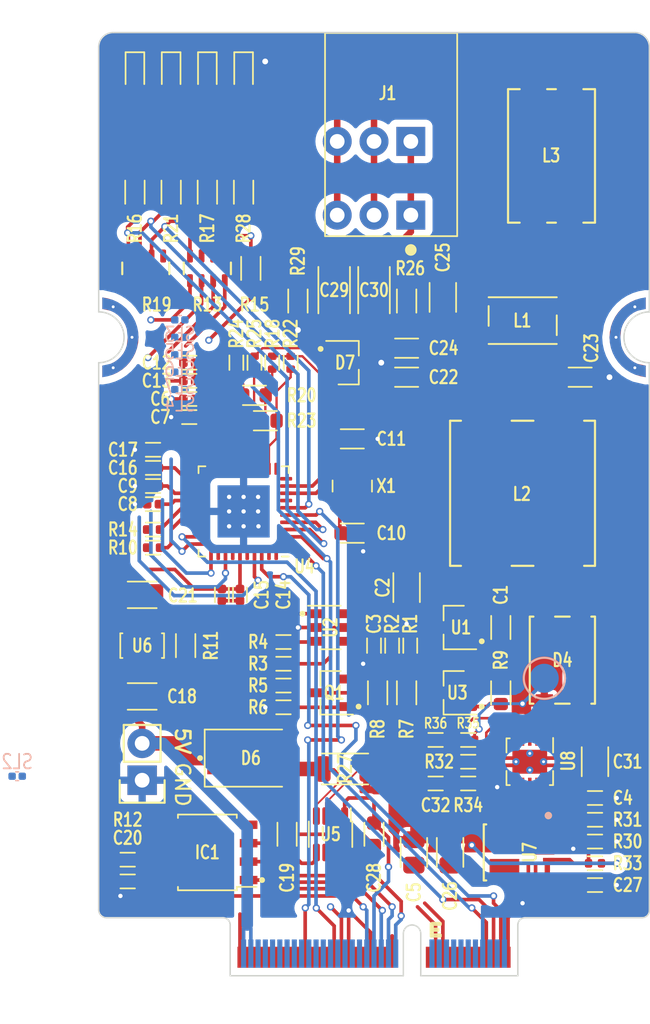
<source format=kicad_pcb>
(kicad_pcb (version 20221018) (generator pcbnew)
  (layers (0 "F.Cu" signal) (1 "In1.Cu" signal) (2 "In2.Cu" signal) (31 "B.Cu" signal) (34 "B.Paste" user) (35 "F.Paste" user) (36 "B.SilkS" user "B.Silkscreen") (37 "F.SilkS" user "F.Silkscreen") (38 "B.Mask" user) (39 "F.Mask" user) (44 "Edge.Cuts" user))
  (net 0 "")
  (net 1 "/PoDL Device Handling/PoDL+")
  (net 2 "GND")
  (net 3 "Net-(U2--)")
  (net 4 "Net-(U4-CEXT_2)")
  (net 5 "Net-(U4-CEXT_3)")
  (net 6 "Net-(U4-DLDO_1P1)")
  (net 7 "Net-(U4-XTAL_I{slash}CLK_IN)")
  (net 8 "Net-(U4-XTAL_O)")
  (net 9 "+3.3V")
  (net 10 "+POWER")
  (net 11 "Net-(C22-Pad1)")
  (net 12 "/Ethernet MAC+PHY/DATA-")
  (net 13 "Net-(C23-Pad1)")
  (net 14 "Net-(C24-Pad1)")
  (net 15 "/Ethernet MAC+PHY/DATA+")
  (net 16 "Net-(C25-Pad1)")
  (net 17 "Net-(C25-Pad2)")
  (net 18 "Net-(D1-PadA)")
  (net 19 "Net-(D2-PadA)")
  (net 20 "Net-(D3-PadA)")
  (net 21 "Net-(C29-Pad1)")
  (net 22 "Net-(D4-∿-Pad2)")
  (net 23 "Net-(D4-∿-Pad3)")
  (net 24 "Net-(IC1-A0)")
  (net 25 "Net-(IC1-A1)")
  (net 26 "Net-(IC1-A2)")
  (net 27 "/MicroMod Function Board/SDA")
  (net 28 "/MicroMod Function Board/SCL")
  (net 29 "Net-(IC1-WP)")
  (net 30 "Net-(J1-Pin_2)")
  (net 31 "Net-(D5-PadA)")
  (net 32 "Net-(Q1-G)")
  (net 33 "Net-(Q1-D)")
  (net 34 "Net-(U2-REF)")
  (net 35 "Net-(U2-+)")
  (net 36 "Net-(R4-Pad2)")
  (net 37 "Net-(U3-C)")
  (net 38 "Net-(U3-REF)")
  (net 39 "Net-(U4-TEST1)")
  (net 40 "Net-(U6-EN)")
  (net 41 "Net-(R13-Pad5)")
  (net 42 "Net-(R13-Pad6)")
  (net 43 "Net-(R13-Pad7)")
  (net 44 "Net-(R13-Pad8)")
  (net 45 "/Ethernet MAC+PHY/~{INT}")
  (net 46 "Net-(R15-Pad2)")
  (net 47 "Net-(U4-LED_0)")
  (net 48 "Net-(U4-LED_1)")
  (net 49 "Net-(U4-RXN)")
  (net 51 "Net-(U4-LINK_ST)")
  (net 53 "Net-(U4-TXP)")
  (net 54 "Net-(U4-TXN)")
  (net 55 "Net-(U4-RXP)")
  (net 56 "Net-(J1-Pin_3)")
  (net 57 "Net-(U4-SPI_CFG1)")
  (net 58 "/Ethernet MAC+PHY/CIPO")
  (net 59 "Net-(U4-TS_TIMER{slash}MS_SEL)")
  (net 60 "Net-(U4-~{SWPD_EN})")
  (net 61 "Net-(U4-~{TX2P4_EN})")
  (net 62 "Earth")
  (net 63 "/Ethernet MAC+PHY/COPI")
  (net 64 "/Ethernet MAC+PHY/~{RESET}")
  (net 72 "/Ethernet MAC+PHY/~{CS}")
  (net 76 "/Ethernet MAC+PHY/CLK")
  (net 79 "Net-(U5-S+)")
  (net 80 "+3.3V_MCU")
  (net 92 "/MicroMod Function Board/ANALOG")
  (net 104 "Net-(L1-Pad6)")
  (net 105 "Net-(L1-Pad7)")
  (net 106 "Net-(U5-S-)")
  (net 107 "Net-(U7-VCC)")
  (net 108 "Net-(U7-FB)")
  (net 109 "Net-(U7-RT)")
  (net 114 "Net-(U1-VOUT)")
  (net 115 "Net-(U7-EN)")
  (net 116 "Net-(U8-dVdT)")
  (net 117 "Net-(U8-EP)")
  (net 118 "Net-(U8-OVP)")
  (net 119 "Net-(U8-ILIM)")
  (net 120 "Net-(U8-ULVO)")
  (footprint "Applidyne_Resistor:RESC1608X50N" (layer "F.Cu") (at 121.25 57.5 -90)
    (fp_text reference "R26")
    (fp_text value "100R_1608M" hide)
  )
  (footprint "Applidyne_Resistor:RESC1608X50N" (layer "F.Cu") (at 105 50 -90)
    (fp_text reference "R21")
    (fp_text value "1K00_1608M" hide)
  )
  (footprint "Applidyne_Resistor:RESC1608X50N" (layer "F.Cu") (at 102.5 50 -90)
    (fp_text reference "R16")
    (fp_text value "1K00_1608M" hide)
  )
  (footprint "Applidyne_SOT:SOT95P240X110-3L16N" (layer "F.Cu") (at 116 84.5 90)
    (fp_text reference "Q1")
    (fp_text value "2N7002P" hide)
  )
  (footprint "Applidyne_Resistor:R_Array_Concave_4x1608M" (layer "F.Cu") (at 103.25 55.25 90)
    (fp_text reference "R19")
    (fp_text value "4K7_QUAD_ARRAY_1608M" hide)
  )
  (footprint "Applidyne_Resistor:RESC1005X40N" (layer "F.Cu") (at 112.75 85.5 180)
    (fp_text reference "R6")
    (fp_text value "10K0_1005M" hide)
  )
  (footprint "Applidyne_Inductor:WE-SL2" (layer "F.Cu") (at 131.25 47.5 -90)
    (fp_text reference "L3")
    (fp_text value "COMM_MODE_1000uH_800mA_0.3R" hide)
  )
  (footprint "Applidyne_Resistor:RESC1005X40N" (layer "F.Cu") (at 134.25 94.75)
    (fp_text reference "R30")
    (fp_text value "10K0_1005M" hide)
  )
  (footprint "Applidyne_Device:CD-HD2x(L)" (layer "F.Cu") (at 132 82.25 180)
    (fp_text reference "D4")
    (fp_text value "CD-HD2006L" hide)
  )
  (footprint "Applidyne_Resistor:RESC1005X40N" (layer "F.Cu") (at 111.975 61.75 -90)
    (fp_text reference "R18")
    (fp_text value "5K1_1005M" hide)
  )
  (footprint "Applidyne_Capacitor:CAPC1005X60N" (layer "F.Cu") (at 106.25 65.5 180)
    (fp_text reference "C7")
    (fp_text value "1u_X5R_1005M" hide)
  )
  (footprint "Applidyne_Resistor:RESC1608X50N" (layer "F.Cu") (at 119.25 84.5 -90)
    (fp_text reference "R8")
    (fp_text value "20K0_1608M" hide)
  )
  (footprint "Applidyne_Inductor:WE-MCRI-1040" (layer "F.Cu") (at 129.25 70.75 180)
    (fp_text reference "L2")
    (fp_text value "COUPLED_47uH_1500mA_340mOhm" hide)
  )
  (footprint "Applidyne_Resistor:RESC1005X40N" (layer "F.Cu") (at 103.75 73.25)
    (fp_text reference "R14")
    (fp_text value "1K5_1005M" hide)
  )
  (footprint "Applidyne_SOT:SOT23-8P65_280X145L45X30N" (layer "F.Cu") (at 116 94.25 180)
    (fp_text reference "U5")
    (fp_text value "INA180A3" hide)
  )
  (footprint "Applidyne_Capacitor:CAPC1005X60N" (layer "F.Cu") (at 106.25 64.25 180)
    (fp_text reference "C6")
    (fp_text value "100n_X7R_1005M" hide)
  )
  (footprint "Applidyne_QFN:QFN50P600X600X100-40T350X350N" (layer "F.Cu") (at 110 72 180)
    (fp_text reference "U4")
    (fp_text value "ADIN1110" hide)
  )
  (footprint "Applidyne_Capacitor:CAPC1005X60N" (layer "F.Cu") (at 103.75 69 180)
    (fp_text reference "C16")
    (fp_text value "100n_X7R_1005M" hide)
  )
  (footprint "Applidyne_SOIC:SOIC127P600X330-8L2N" (layer "F.Cu") (at 107.5 95.5 90)
    (fp_text reference "IC1")
    (fp_text value "AT24C02C-SSHM" hide)
  )
  (footprint "Applidyne_Resistor:RESC1608X50N" (layer "F.Cu") (at 111.5 65.75 180)
    (fp_text reference "R23")
    (fp_text value "10K2_1608M" hide)
  )
  (footprint "Applidyne_Capacitor:CAPC1608X90N" (layer "F.Cu") (at 121.25 60.75 180)
    (fp_text reference "C24")
    (fp_text value "220n_X7R_1608M" hide)
  )
  (footprint "Applidyne_Resistor:RESC1005X40N" (layer "F.Cu") (at 112.75 82.5 180)
    (fp_text reference "R3")
    (fp_text value "10K0_1005M" hide)
  )
  (footprint "Applidyne_Resistor:RESC1005X40N" (layer "F.Cu") (at 120.25 81.25 -90)
    (fp_text reference "R2")
    (fp_text value "470K_1005M" hide)
  )
  (footprint "Applidyne_Capacitor:CAPC1005X60N" (layer "F.Cu") (at 106.25 61.75 180)
    (fp_text reference "C12")
    (fp_text value "100n_X7R_1005M" hide)
  )
  (footprint "Applidyne_Capacitor:CAPC1608X90N" (layer "F.Cu") (at 117.5 67)
    (fp_text reference "C11")
    (fp_text value "22p_X7R_1608M" hide)
  )
  (footprint "Applidyne_SOT:SOT95P240X110-6L16N" (layer "F.Cu") (at 116 80 -90)
    (fp_text reference "U2")
    (fp_text value "MCP65R41T" hide)
  )
  (footprint "Applidyne_Resistor:RESC1005X40N" (layer "F.Cu") (at 125.5 90.75 180)
    (fp_text reference "R34")
    (fp_text value "13K_1005M" hide)
  )
  (footprint "Applidyne_Resistor:RESC1608X50N" (layer "F.Cu") (at 121.25 84.5 90)
    (fp_text reference "R7")
    (fp_text value "9K09_1608M" hide)
  )
  (footprint "Applidyne_Capacitor:CAPC1608X90N" (layer "F.Cu") (at 127.75 80 90)
    (fp_text reference "C1")
    (fp_text value "56n_X7R_1608M" hide)
  )
  (footprint "Applidyne_SOT:SOT95P280X145-5L30N" (layer "F.Cu") (at 103 81.25)
    (fp_text reference "U6")
    (fp_text value "AP2112K-3.3" hide)
  )
  (footprint "Applidyne_Resistor:RESC1005X40N" (layer "F.Cu") (at 102 96)
    (fp_text reference "R12")
    (fp_text value "100K_1005M" hide)
  )
  (footprint "Applidyne_QFN:QFN50P450X350X200-11-FCMOD11" (layer "F.Cu") (at 129 95.5 -90)
    (fp_text reference "U7")
    (fp_text value "TLVM23625RDNR" hide)
  )
  (footprint "Applidyne_Capacitor:CAPC1005X60N" (layer "F.Cu") (at 109.75 77.75 -90)
    (fp_text reference "C14")
    (fp_text value "100n_X7R_1005M" hide)
  )
  (footprint "Applidyne_Connector:CUI_TBL009-254-03" (layer "F.Cu") (at 121.54 51.58 180)
    (fp_text reference "J1")
    (fp_text value "CONN_01X05_RA" hide)
  )
  (footprint "Applidyne_Capacitor:CAPC1005X60N" (layer "F.Cu") (at 134.25 91.75)
    (fp_text reference "C4")
    (fp_text value "100n_X7R_1005M" hide)
  )
  (footprint "Applidyne_Capacitor:CAPC1005X60N" (layer "F.Cu") (at 106.25 63 180)
    (fp_text reference "C13")
    (fp_text value "10n_X7R_1005M" hide)
  )
  (footprint "Applidyne_Resistor:RESC3216X60N" (layer "F.Cu") (at 117 89.75 180)
    (fp_text reference "R27")
    (fp_text value "R01_3216M" hide)
  )
  (footprint "Applidyne_Capacitor:CAPC2012X110N" (layer "F.Cu") (at 103 84.75)
    (fp_text reference "C18")
    (fp_text value "10u_X7R_2012M" hide)
  )
  (footprint "Applidyne_Resistor:RESC1005X40N" (layer "F.Cu") (at 112.75 81 180)
    (fp_text reference "R4")
    (fp_text value "470K_1005M" hide)
  )
  (footprint "Applidyne_Capacitor:CAPC1005X60N" (layer "F.Cu") (at 108.5 77.75 -90)
    (fp_text reference "C15")
    (fp_text value "10n_X7R_1005M" hide)
  )
  (footprint "Applidyne_Resistor:R_Array_Concave_4x1608M" (layer "F.Cu") (at 107.5 55.25 -90)
    (fp_text reference "R13")
    (fp_text value "4K7_QUAD_ARRAY_1608M" hide)
  )
  (footprint "Applidyne_Resistor:RESC1608X50N" (layer "F.Cu") (at 110.75 64 180)
    (fp_text reference "R20")
    (fp_text value "10K2_1608M" hide)
  )
  (footprint "Applidyne_Inductor:WE-STST" (layer "F.Cu") (at 129.26 58.85)
    (fp_text reference "L1")
    (fp_text value "WE-STST_74930000" hide)
  )
  (footprint "Applidyne_Capacitor:CAPC3216X135N" (layer "F.Cu") (at 119 56.75 90)
    (fp_text reference "C29")
    (fp_text value "1n_X7R_3216M_2kV" hide)
  )
  (footprint "Applidyne_SOT:SOT95P240X110-3L16N" (layer "F.Cu") (at 117.25 61.75 -90)
    (fp_text reference "D7")
    (fp_text value "D1213A" hide)
  )
  (footprint "Applidyne_Resistor:RESC1608X50N" (layer "F.Cu") (at 110 50 90)
    (fp_text reference "R28")
    (fp_text value "1K00_1608M" hide)
  )
  (footprint "Applidyne_Capacitor:CAPC1005X60N" (layer "F.Cu") (at 123.25 90.75)
    (fp_text reference "C32")
    (fp_text value "10n_X7R_1005M" hide)
  )
  (footprint "Applidyne_Resistor:RESC1608X50N" (layer "F.Cu") (at 113.75 57.5 -90)
    (fp_text reference "R29")
    (fp_text value "1M_1608M" hide)
  )
  (footprint "Applidyne_Crystal:OSCCC320X250X60L90X100N" (layer "F.Cu") (at 117.5 70.25 -90)
    (fp_text reference "X1")
    (fp_text value "RH100-25.000-13-F-0715" hide)
  )
  (footprint "Applidyne_Resistor:RESC1005X40N" (layer "F.Cu") (at 112.75 84)
    (fp_text reference "R5")
    (fp_text value "0R_1005M" hide)
  )
  (footprint "Applidyne_SOT:SOT95P240X110-3L16N" (layer "F.Cu") (at 124.5 80 90)
    (fp_text reference "U1")
    (fp_text value "AP7375-33" hide)
  )
  (footprint "Applidyne_Resistor:RESC1005X40N" (layer "F.Cu") (at 110.75 61.75 -90)
    (fp_text reference "R25")
    (fp_text value "5K1_1005M" hide)
  )
  (footprint "Applidyne_Capacitor:CAPC1005X60N" (layer "F.Cu") (at 103.75 67.75 180)
    (fp_text reference "C17")
    (fp_text value "10n_X7R_1005M" hide)
  )
  (footprint "Applidyne_Capacitor:CAPC1608X90N" (layer "F.Cu") (at 121.25 62.75 180)
    (fp_text reference "C22")
    (fp_text value "220n_X7R_1608M" hide)
  )
  (footprint "Applidyne_Resistor:RESC1005X40N" (layer "F.Cu") (at 125.5 89.25 180)
    (fp_text reference "R32")
    (fp_text value "26K1_1005M" hide)
  )
  (footprint "Applidyne_Capacitor:CAPC1005X60N" (layer "F.Cu") (at 134.25 97.75)
    (fp_text reference "C27")
    (fp_text value "1u_X5R_1005M" hide)
  )
  (footprint "Applidyne_LED:LEDC1608X80L40N" (layer "F.Cu") (at 110 41.75 -90)
    (fp_text reference "D5" hide)
    (fp_text value "LED_RED_1608M" hide)
  )
  (footprint "Applidyne_Resistor:RESC1608X50N" (layer "F.Cu") (at 110.5 55.25 -90)
    (fp_text reference "R15")
    (fp_text value "4K7_1608M" hide)
  )
  (footprint "Applidyne_SOD:SODFL5436X262N" (layer "F.Cu") (at 110.5 89)
    (fp_text reference "D6")
    (fp_text value "B240Q-13-F" hide)
  )
  (footprint "Applidyne_Connector:M.2-MICROMOD-FN-CARD-EDGE" (layer "F.Cu") (at 119 104)
    (fp_text reference "X2" hide)
    (fp_text value "MICROMOD_FUNCTION_BOARD_EDGE" hide)
  )
  (footprint "Applidyne_Capacitor:CAPC2012X110N" (layer "F.Cu") (at 134.25 89.25 90)
    (fp_text reference "C31")
    (fp_text value "10u_X5R_2012M_50V" hide)
  )
  (footprint "Applidyne_Capacitor:CAPC1608X90N" (layer "F.Cu") (at 133.225 62.75)
    (fp_text reference "C23")
    (fp_text value "100n_X7R_1608M" hide)
  )
  (footprint "Applidyne_Capacitor:CAPC2012X110N" (layer "F.Cu") (at 121.25 77.25 -90)
    (fp_text reference "C2")
    (fp_text value "10u_X7R_2012M" hide)
  )
  (footprint "Applidyne_Capacitor:CAPC2012X110N" (layer "F.Cu") (at 123.75 57.25 90)
    (fp_text reference "C25")
    (fp_text value "470n_X7R_2012M_100V" hide)
  )
  (footprint "Applidyne_LED:LEDC1608X80L40N" (layer "F.Cu") (at 107.5 41.75 -90)
    (fp_text reference "D2" hide)
    (fp_text value "LED_YELLOW_1608M" hide)
  )
  (footprint "Applidyne_LED:LEDC1608X80L40N" (layer "F.Cu") (at 105 41.75 -90)
    (fp_text reference "D3" hide)
    (fp_text value "LED_BLUE_1608M" hide)
  )
  (footprint "Applidyne_Capacitor:CAPC3216X135N" (layer "F.Cu") (at 116.25 56.75 -90)
    (fp_text reference "C30")
    (fp_text value "1n_X7R_3216M_2kV" hide)
  )
  (footprint "Applidyne_Capacitor:CAPC1608X90N" (layer "F.Cu") (at 119 94.25 -90)
    (fp_text reference "C28")
    (fp_text value "1n_X7R_1608M" hide)
  )
  (footprint "Applidyne_Resistor:RESC1005X40N" (layer "F.Cu") (at 123.25 87.75 180)
    (fp_text reference "R36")
    (fp_text value "36K_1005M" hide)
  )
  (footprint "Applidyne_Resistor:RESC1005X40N" (layer "F.Cu") (at 125.5 87.75 180)
    (fp_text reference "R35")
    (fp_text value "680K_1005M" hide)
  )
  (footprint "Applidyne_Resistor:RESC1005X40N" (layer "F.Cu") (at 103.75 74.5)
    (fp_text reference "R10")
    (fp_text value "1K5_1005M" hide)
  )
  (footprint "Applidyne_SOT:SOT95P240X110-3L16N" (layer "F.Cu") (at 124.5 84.5 90)
    (fp_text reference "U3")
    (fp_text value "ATL431LIB" hide)
  )
  (footprint "Applidyne_Capacitor:CAPC1005X60N" (layer "F.Cu") (at 103.75 71.5 180)
    (fp_text reference "C8")
    (fp_text value "100n_X7R_1005M" hide)
  )
  (footprint "Applidyne_Capacitor:CAPC1005X60N" (layer "F.Cu") (at 119 81.25 -90)
    (fp_text reference "C3")
    (fp_text value "330p_X7R_1005M" hide)
  )
  (footprint "Applidyne_Resistor:RESC1005X40N" (layer "F.Cu") (at 109.5 61.75 -90)
    (fp_text reference "R24")
    (fp_text value "49R9_1005M" hide)
  )
  (footprint "Applidyne_SON:SON50P300X300X90-11T240X165N_RELIEF" (layer "F.Cu") (at 129.75 89.25 -90)
    (fp_text reference "U8")
    (fp_text value "TPS26625" hide)
  )
  (footprint "Applidyne_Capacitor:CAPC1005X60N" (layer "F.Cu") (at 102 97.5 180)
    (fp_text reference "C20")
    (fp_text value "100n_X7R_1005M" hide)
  )
  (footprint "Applidyne_Capacitor:CAPC1608X90N" (layer "F.Cu") (at 113 94.25 90)
    (fp_text reference "C19")
    (fp_text value "100n_X7R_1608M" hide)
  )
  (footprint "Applidyne_Resistor:RESC1005X40N" (layer "F.Cu") (at 134.25 96.25 180)
    (fp_text reference "R33")
    (fp_text value "40K2_1005M" hide)
  )
  (footprint "Applidyne_Resistor:RESC1608X50N" (layer "F.Cu") (at 107.5 50 -90)
    (fp_text reference "R17")
    (fp_text value "2K40_1608M" hide)
  )
  (footprint "Applidyne_LED:LEDC1608X80L40N" (layer "F.Cu") (at 102.5 41.75 -90)
    (fp_text reference "D1" hide)
    (fp_text value "LED_GREEN_1608M" hide)
  )
  (footprint "Applidyne_Capacitor:CAPC2012X110N" (layer "F.Cu") (at 124.25 95.5 -90)
    (fp_text reference "C26")
    (fp_text value "22u_X5R_2012M" hide)
  )
  (footprint "Applidyne_Capacitor:CAPC1005X60N" (layer "F.Cu") (at 103.75 70.25 180)
    (fp_text reference "C9")
    (fp_text value "470n_X5R_1005M" hide)
  )
  (footprint "Applidyne_Resistor:RESC1608X50N" (layer "F.Cu") (at 106 81.25 -90)
    (fp_text reference "R11")
    (fp_text value "10K0_1608M" hide)
  )
  (footprint "Applidyne_Capacitor:CAPC2012X110N" (layer "F.Cu") (at 103 77.75)
    (fp_text reference "C21")
    (fp_text value "10u_X7R_2012M" hide)
  )
  (footprint "Applidyne_Resistor:RESC1608X50N" (layer "F.Cu") (at 127.75 84.5 -90)
    (fp_text reference "R9")
    (fp_text value "22R_1608M" hide)
  )
  (footprint "Applidyne_Capacitor:CAPC1608X90N" (layer "F.Cu") (at 117.5 73.5 180)
    (fp_text reference "C10")
    (fp_text value "22p_X7R_1608M" hide)
  )
  (footprint "Applidyne_Resistor:RESC1005X40N" (layer "F.Cu") (at 121.5 81.25 90)
    (fp_text reference "R1")
    (fp_text value "1M_1005M" hide)
  )
  (footprint "Applidyne_Capacitor:CAPC2012X110N" (layer "F.Cu") (at 121.75 95.5 -90)
    (fp_text reference "C5")
    (fp_text value "22u_X5R_2012M" hide)
  )
  (footprint "Applidyne_Resistor:RESC1005X40N" (layer "F.Cu") (at 113.25 61.75 -90)
    (fp_text reference "R22")
    (fp_text value "49R9_1005M" hide)
  )
  (footprint "Applidyne_Resistor:RESC1005X40N" (layer "F.Cu") (at 134.25 93.25)
    (fp_text reference "R31")
    (fp_text value "15K_1005M" hide)
  )
  (footprint "Applidyne_Connector_Wurth:61300211121" (layer "F.Cu") (at 103 90.525 180)
    (fp_text reference "P2" hide)
    (fp_text value "CONN_01X02" hide)
  )
  (footprint "Applidyne_Link:SJ1005-2N" (layer "B.Cu") (at 105.6 63.6)
    (fp_text reference "SL4")
    (fp_text value "SOLDER-LINK-2-TINY" hide)
  )
  (footprint "Applidyne_Link:SJ1005-2N" (layer "B.Cu") (at 94.375 90.25 180)
    (fp_text reference "SL2")
    (fp_text value "SOLDER-LINK-2-TINY" hide)
  )
  (footprint "Applidyne_Link:SJ1005-2N" (layer "B.Cu") (at 105.6 58.8)
    (fp_text reference "SL3")
    (fp_text value "SOLDER-LINK-2-TINY" hide)
  )
  (footprint "Applidyne_Link:SJ1005-2N" (layer "B.Cu") (at 105.6 62.4)
    (fp_text reference "SL7")
    (fp_text value "SOLDER-LINK-2-TINY" hide)
  )
  (footprint "Applidyne_Link:SJ1005-2N" (layer "B.Cu") (at 105.6 60)
    (fp_text reference "SL5")
    (fp_text value "SOLDER-LINK-2-TINY" hide)
  )
  (footprint "Applidyne_Link:SJ1005-2N" (layer "B.Cu") (at 105.6 61.2)
    (fp_text reference "SL6")
    (fp_text value "SOLDER-LINK-2-TINY" hide)
  )
  (footprint "Applidyne_Test:TP200" (layer "B.Cu") (at 130.75 83.5 180)
    (fp_text reference "TEST1" hide)
    (fp_text value "PROBE_PAD")
  )
  (gr_arc (start 100 40) (mid 100.292893 39.292893) (end 101 39) (stroke (width 0.1)) (layer "Edge.Cuts"))
  (gr_line (start 122.225 104) (end 122.225 101.1) (stroke (width 0.1)) (layer "Edge.Cuts"))
  (gr_arc (start 100.55 100) (mid 100.161091 99.838909) (end 100 99.45) (stroke (width 0.1)) (layer "Edge.Cuts"))
  (gr_line (start 129.425 100) (end 137.5 100) (stroke (width 0.1)) (layer "Edge.Cuts"))
  (gr_line (start 109.075 104) (end 109.075 100.5) (stroke (width 0.1)) (layer "Edge.Cuts"))
  (gr_arc (start 128.925 100.5) (mid 129.071447 100.146447) (end 129.425 100) (stroke (width 0.1)) (layer "Edge.Cuts"))
  (gr_line (start 101 39) (end 137 39) (stroke (width 0.1)) (layer "Edge.Cuts"))
  (gr_line (start 138 58.25) (end 138 40) (stroke (width 0.1)) (layer "Edge.Cuts"))
  (gr_line (start 138 61.75) (end 138 99.5) (stroke (width 0.1)) (layer "Edge.Cuts"))
  (gr_line (start 100 61.75) (end 100 99.45) (stroke (width 0.1)) (layer "Edge.Cuts"))
  (gr_arc (start 138 99.5) (mid 137.853553 99.853553) (end 137.5 100) (stroke (width 0.1)) (layer "Edge.Cuts"))
  (gr_line (start 128.925 104) (end 128.925 100.5) (stroke (width 0.1)) (layer "Edge.Cuts"))
  (gr_line (start 108.575 100) (end 100.55 100) (stroke (width 0.1)) (layer "Edge.Cuts"))
  (gr_arc (start 121.025 101.1) (mid 121.625 100.5) (end 122.225 101.1) (stroke (width 0.1)) (layer "Edge.Cuts"))
  (gr_arc (start 138 61.75) (mid 136.25 60) (end 138 58.25) (stroke (width 0.1)) (layer "Edge.Cuts"))
  (gr_line (start 122.225 104) (end 128.925 104) (stroke (width 0.1)) (layer "Edge.Cuts"))
  (gr_line (start 100 58.25) (end 100 40) (stroke (width 0.1)) (layer "Edge.Cuts"))
  (gr_arc (start 108.575 100) (mid 108.928553 100.146447) (end 109.075 100.5) (stroke (width 0.1)) (layer "Edge.Cuts"))
  (gr_line (start 121.025 101.1) (end 121.025 104) (stroke (width 0.1)) (layer "Edge.Cuts"))
  (gr_line (start 121.025 104) (end 109.075 104) (stroke (width 0.1)) (layer "Edge.Cuts"))
  (gr_arc (start 137 39) (mid 137.707107 39.292893) (end 138 40) (stroke (width 0.1)) (layer "Edge.Cuts"))
  (gr_arc (start 100 58.25) (mid 101.75 60) (end 100 61.75) (stroke (width 0.1)) (layer "Edge.Cuts"))
  (gr_text "GND" (at 105.2 89.2 -90) (layer "F.SilkS") (effects (font (size 1 1)) (justify left bottom)))
  (gr_text "5V" (at 105.2 86.8 -90) (layer "F.SilkS") (effects (font (size 1 1) (thickness 0.18) bold) (justify left bottom)))
  (segment (start 130.75 83) (end 130.75 85.2) (width 0.25) (layer "F.Cu") (net 1))
  (segment (start 130.75 87.85) (end 130.75 85.2) (width 0.25) (layer "F.Cu") (net 1))
  (segment (start 125.945 87.305004) (end 126.25 87.000004) (width 0.2) (layer "F.Cu") (net 1))
  (segment (start 125.945 87.75) (end 125.945 87.305004) (width 0.2) (layer "F.Cu") (net 1))
  (segment (start 126.975 80.775) (end 127.75 80.775) (width 0.35) (layer "F.Cu") (net 1))
  (segment (start 127.775 80.775) (end 128.75 81.75) (width 0.35) (layer "F.Cu") (net 1))
  (segment (start 130.75 85.2) (end 130.2 85.2) (width 0.35) (layer "F.Cu") (net 1))
  (segment (start 122.055 82.25) (end 130 82.25) (width 0.25) (layer "F.Cu") (net 1))
  (segment (start 128.75 81.75) (end 129.5 81.75) (width 0.35) (layer "F.Cu") (net 1))
  (segment (start 127.75 80.775) (end 127.775 80.775) (width 0.35) (layer "F.Cu") (net 1))
  (segment (start 128.725 83.725) (end 127.75 83.725) (width 0.35) (layer "F.Cu") (net 1))
  (segment (start 126.8 80.95) (end 126.975 80.775) (width 0.35) (layer "F.Cu") (net 1))
  (segment (start 129.5 81.75) (end 130 82.25) (width 0.35) (layer "F.Cu") (net 1))
  (segment (start 121.5 81.695) (end 122.055 82.25) (width 0.25) (layer "F.Cu") (net 1))
  (segment (start 130.2 85.2) (end 128.725 83.725) (width 0.35) (layer "F.Cu") (net 1))
  (segment (start 130 82.25) (end 130.75 83) (width 0.25) (layer "F.Cu") (net 1))
  (segment (start 125.525 80.95) (end 126.8 80.95) (width 0.35) (layer "F.Cu") (net 1))
  (via (at 126.25 87.000004) (size 0.5) (drill 0.3) (layers "F.Cu" "B.Cu") (net 1))
  (via (at 129.25 85.25) (size 0.5) (drill 0.3) (layers "F.Cu" "B.Cu") (net 1))
  (segment (start 130.75 83.5) (end 130.75 83.75) (width 0.25) (layer "B.Cu") (net 1))
  (segment (start 127 85.25) (end 129.25 85.25) (width 0.2) (layer "B.Cu") (net 1))
  (segment (start 126.25 86) (end 127 85.25) (width 0.2) (layer "B.Cu") (net 1))
  (segment (start 130.75 83.75) (end 129.25 85.25) (width 0.25) (layer "B.Cu") (net 1))
  (segment (start 126.25 87.000004) (end 126.25 86) (width 0.2) (layer "B.Cu") (net 1))
  (segment (start 102.85 56.1) (end 102.85 57.85) (width 0.25) (layer "F.Cu") (net 2))
  (segment (start 112.305 85.5) (end 111.5 85.5) (width 0.25) (layer "F.Cu") (net 2))
  (segment (start 134.695 93.25) (end 135.75 93.25) (width 0.25) (layer "F.Cu") (net 2))
  (segment (start 119.04 81.695) (end 119 81.655) (width 0.25) (layer "F.Cu") (net 2))
  (segment (start 132.5 95.5) (end 132.75 95.25) (width 0.25) (layer "F.Cu") (net 2))
  (segment (start 118.75 102.725) (end 118.75 101) (width 0.25) (layer "F.Cu") (net 2))
  (segment (start 128.75 91.25) (end 128.5 91.5) (width 0.25) (layer "F.Cu") (net 2))
  (segment (start 118.36 69.09) (end 118.36 67.085) (width 0.25) (layer "F.Cu") (net 2))
  (segment (start 102.05 57.05) (end 102.875 57.875) (width 0.25) (layer "F.Cu") (net 2))
  (segment (start 105.845 65.5) (end 105 65.5) (width 0.25) (layer "F.Cu") (net 2))
  (segment (start 101.595 97.5) (end 101.595 98.405) (width 0.25) (layer "F.Cu") (net 2))
  (segment (start 119 95.025) (end 118.225 94.25) (width 0.25) (layer "F.Cu") (net 2))
  (segment (start 134.655 91.75) (end 135.75 91.75) (width 0.25) (layer "F.Cu") (net 2))
  (segment (start 116.64 71.41) (end 116.64 73.415) (width 0.25) (layer "F.Cu") (net 2))
  (segment (start 109.75 78.155) (end 108.5 78.155) (width 0.25) (layer "F.Cu") (net 2))
  (segment (start 120.25 81.695) (end 119.04 81.695) (width 0.25) (layer "F.Cu") (net 2))
  (segment (start 103.345 71.5) (end 102.5 71.5) (width 0.25) (layer "F.Cu") (net 2))
  (segment (start 119 81.655) (end 119 82.25) (width 0.25) (layer "F.Cu") (net 2))
  (segment (start 119 82.25) (end 118.75 82.5) (width 0.25) (layer "F.Cu") (net 2))
  (segment (start 122.25 80) (end 122 79.75) (width 0.25) (layer "F.Cu") (net 2))
  (segment (start 134 62.75) (end 135.25 62.75) (width 0.35) (layer "F.Cu") (net 2))
  (segment (start 128.25 102.725) (end 128.25 100) (width 0.25) (layer "F.Cu") (net 2))
  (segment (start 110 40.99) (end 111.489998 40.99) (width 0.25) (layer "F.Cu") (net 2))
  (segment (start 118.36 67.085) (end 118.275 67) (width 0.25) (layer "F.Cu") (net 2))
  (segment (start 103.875 84.625) (end 103 83.75) (width 0.35) (layer "F.Cu") (net 2))
  (segment (start 103.875 84.75) (end 103.875 84.625) (width 0.35) (layer "F.Cu") (net 2))
  (segment (start 121.25 78.125) (end 121.25 79.75) (width 0.35) (layer "F.Cu") (net 2))
  (segment (start 105.845 63) (end 105.845 61.75) (width 0.25) (layer "F.Cu") (net 2))
  (segment (start 116.64 73.415) (end 116.725 73.5) (width 0.25) (layer "F.Cu") (net 2))
  (segment (start 117.95 83.55) (end 118.25 83.25) (width 0.25) (layer "F.Cu") (net 2))
  (segment (start 113.75 58.275) (end 113.75 59.5) (width 0.35) (layer "F.Cu") (net 2))
  (segment (start 113.8 58.225) (end 113.75 58.275) (width 0.25) (layer "F.Cu") (net 2))
  (segment (start 103.345 70.25) (end 102.5 70.25) (width 0.25) (layer "F.Cu") (net 2))
  (segment (start 103.65 56.1) (end 103.65 57.65) (width 0.25) (layer "F.Cu") (net 2))
  (segment (start 134.655 97.75) (end 135.75 97.75) (width 0.25) (layer "F.Cu") (net 2))
  (segment (start 102.05 56.1) (end 102.05 57.05) (width 0.25) (layer "F.Cu") (net 2))
  (segment (start 128.25 100) (end 129.25 99) (width 0.25) (layer "F.Cu") (net 2))
  (segment (start 118.275 61.75) (end 119.5 61.75) (width 0.35) (layer "F.Cu") (net 2))
  (segment (start 118.25 83.25) (end 118.25 82.5) (width 0.25) (layer "F.Cu") (net 2))
  (segment (start 116 94.25) (end 113.775 94.25) (width 0.25) (layer "F.Cu") (net 2))
  (segment (start 126.25 80) (end 123.475 80) (width 0.25) (layer "F.Cu") (net 2))
  (segment (start 111.489998 40.99) (end 111.489999 40.989999) (width 0.25) (layer "F.Cu") (net 2))
  (segment (start 130.69 95.5) (end 132.5 95.5) (width 0.25) (layer "F.Cu") (net 2))
  (segment (start 103.345 67.75) (end 102.5 67.75) (width 0.25) (layer "F.Cu") (net 2))
  (segment (start 117.975 74.75) (end 118.25 74.75) (width 0.25) (layer "F.Cu") (net 2))
  (segment (start 102.5 40.99) (end 105 40.99) (width 0.25) (layer "F.Cu") (net 2))
  (segment (start 105.845 64.25) (end 105 64.25) (width 0.25) (layer "F.Cu") (net 2))
  (segment (start 134.695 94.75) (end 135.75 94.75) (width 0.25) (layer "F.Cu") (net 2))
  (segment (start 127.025 79.225) (end 126.25 80) (width 0.25) (layer "F.Cu") (net 2))
  (segment (start 123.475 80) (end 123.125 80) (width 0.25) (layer "F.Cu") (net 2))
  (segment (start 103.345 69) (end 103.345 67.75) (width 0.25) (layer "F.Cu") (net 2))
  (segment (start 128.75 90.65) (end 128.75 91.25) (width 0.25) (layer "F.Cu") (net 2))
  (segment (start 118.75 101) (end 117.25 99.5) (width 0.25) (layer "F.Cu") (net 2))
  (segment (start 117.25 102.725) (end 117.25 99.5) (width 0.25) (layer "F.Cu") (net 2))
  (segment (start 116.25 58.225) (end 113.8 58.225) (width 0.25) (layer "F.Cu") (net 2))
  (segment (start 128 91.5) (end 127.5 91) (width 0.25) (layer "F.Cu") (net 2))
  (segment (start 107.5 40.99) (end 110 40.99) (width 0.25) (layer "F.Cu") (net 2))
  (segment (start 123.475 80) (end 122.25 80) (width 0.25) (layer "F.Cu") (net 2))
  (segment (start 118.75 82.5) (end 118.25 82.5) (width 0.25) (layer "F.Cu") (net 2))
  (segment (start 116.725 73.5) (end 117.975 74.75) (width 0.25) (layer "F.Cu") (net 2))
  (segment (start 102.85 57.85) (end 102.875 57.875) (width 0.25) (layer "F.Cu") (net 2))
  (segment (start 116.325 92.995) (end 116.325 94.25) (width 0.25) (layer "F.Cu") (net 2))
  (segment (start 117.025 83.55) (end 117.95 83.55) (width 0.25) (layer "F.Cu") (net 2))
  (segment (start 103 83.75) (end 103 82.5) (width 0.35) (layer "F.Cu") (net 2))
  (segment (start 116.325 94.25) (end 116 94.25) (width 0.25) (layer "F.Cu") (net 2))
  (segment (start 118.225 94.25) (end 116 94.25) (width 0.25) (layer "F.Cu") (net 2))
  (segment (start 120.25 102.725) (end 120.25 101.25) (width 0.25) (layer "F.Cu") (net 2))
  (segment (start 128.5 91.5) (end 128 91.5) (width 0.25) (layer "F.Cu") (net 2))
  (segment (start 122 79.75) (end 121.25 79.75) (width 0.25) (layer "F.Cu") (net 2))
  (segment (start 109.75 102.725) (end 109.75 99.75) (width 0.25) (layer "F.Cu") (net 2))
  (segment (start 105.845 63) (end 105 63) (width 0.25) (layer "F.Cu") (net 2))
  (segment (start 105 40.99) (end 107.5 40.99) (width 0.25) (layer "F.Cu") (net 2))
  (segment (start 114.975 80) (end 113.75 80) (width 0.25) (layer "F.Cu") (net 2))
  (segment (start 113.775 94.25) (end 113 93.475) (width 0.25) (layer "F.Cu") (net 2))
  (segment (start 118.275 67) (end 119.25 67) (width 0.25) (layer "F.Cu") (net 2))
  (segment (start 127.75 79.225) (end 127.025 79.225) (width 0.25) (layer "F.Cu") (net 2))
  (segment (start 101.595 98.405) (end 101.5 98.5) (width 0.25) (layer "F.Cu") (net 2))
  (via (at 121.25 79.75) (size 0.5) (drill 0.3) (layers "F.Cu" "B.Cu") (net 2))
  (via (at 102.5 71.5) (size 0.5) (drill 0.3) (layers "F.Cu" "B.Cu") (net 2))
  (via (at 129.25 99) (size 0.5) (drill 0.3) (layers "F.Cu" "B.Cu") (net 2))
  (via (at 105 65.5) (size 0.5) (drill 0.3) (layers "F.Cu" "B.Cu") (net 2))
  (via (at 135.75 91.75) (size 0.5) (drill 0.3) (layers "F.Cu" "B.Cu") (net 2))
  (via (at 127.5 91) (size 0.5) (drill 0.3) (layers "F.Cu" "B.Cu") (net 2))
  (via (at 102.5 70.25) (size 0.5) (drill 0.3) (layers "F.Cu" "B.Cu") (net 2))
  (via (at 105 64.25) (size 0.5) (drill 0.3) (layers "F.Cu" "B.Cu") (net 2))
  (via (at 135.25 62.75) (size 0.8) (drill 0.4) (layers "F.Cu" "B.Cu") (net 2))
  (via (at 101.5 98.5) (size 0.5) (drill 0.3) (layers "F.Cu" "B.Cu") (net 2))
  (via (at 135.75 94.75) (size 0.5) (drill 0.3) (layers "F.Cu" "B.Cu") (net 2))
  (via (at 117.25 99.5) (size 0.5) (drill 0.3) (layers "F.Cu" "B.Cu") (net 2))
  (via (at 119.25 67) (size 0.5) (drill 0.3) (layers "F.Cu" "B.Cu") (net 2))
  (via (at 102.5 67.75) (size 0.5) (drill 0.3) (layers "F.Cu" "B.Cu") (net 2))
  (via (at 111.5 85.5) (size 0.5) (drill 0.3) (layers "F.Cu" "B.Cu") (net 2))
  (via (at 113.75 80) (size 0.5) (drill 0.3) (layers "F.Cu" "B.Cu") (net 2))
  (via (at 111.489999 40.989999) (size 0.8) (drill 0.4) (layers "F.Cu" "B.Cu") (net 2))
  (via (at 132.75 95.25) (size 0.5) (drill 0.3) (layers "F.Cu" "B.Cu") (net 2))
  (via (at 119.5 61.75) (size 0.8) (drill 0.4) (layers "F.Cu" "B.Cu") (net 2))
  (via (at 118.25 82.5) (size 0.5) (drill 0.3) (layers "F.Cu" "B.Cu") (net 2))
  (via (at 113.75 59.5) (size 0.8) (drill 0.4) (layers "F.Cu" "B.Cu") (net 2))
  (via (at 118.25 74.75) (size 0.5) (drill 0.3) (layers "F.Cu" "B.Cu") (net 2))
  (via (at 135.75 97.75) (size 0.5) (drill 0.3) (layers "F.Cu" "B.Cu") (net 2))
  (via (at 135.75 93.25) (size 0.5) (drill 0.3) (layers "F.Cu" "B.Cu") (net 2))
  (segment (start 128 102.475) (end 128 99) (width 0.25) (layer "B.Cu") (net 2))
  (segment (start 126.5 102.475) (end 126.5 99.25) (width 0.25) (layer "B.Cu") (net 2))
  (segment (start 119.04 80.805) (end 119 80.845) (width 0.25) (layer "F.Cu") (net 3))
  (segment (start 118.895 80.95) (end 119 80.845) (width 0.25) (layer "F.Cu") (net 3))
  (segment (start 121.5 80.805) (end 120.25 80.805) (width 0.25) (layer "F.Cu") (net 3))
  (segment (start 117.025 80.95) (end 118.895 80.95) (width 0.25) (layer "F.Cu") (net 3))
  (segment (start 120.25 80.805) (end 119.04 80.805) (width 0.25) (layer "F.Cu") (net 3))
  (segment (start 108.25 67.75) (end 108 67.5) (width 0.25) (layer "F.Cu") (net 4))
  (segment (start 108 65) (end 107.25 64.25) (width 0.25) (layer "F.Cu") (net 4))
  (segment (start 107.25 64.25) (end 106.655 64.25) (width 0.25) (layer "F.Cu") (net 4))
  (segment (start 108.25 69.0625) (end 108.25 67.75) (width 0.25) (layer "F.Cu") (net 4))
  (segment (start 108 67.5) (end 108 65) (width 0.25) (layer "F.Cu") (net 4))
  (segment (start 107.5 67.75) (end 107.75 68) (width 0.25) (layer "F.Cu") (net 5))
  (segment (start 107.75 68) (end 107.75 69.0625) (width 0.25) (layer "F.Cu") (net 5))
  (segment (start 106.655 65.5) (end 107.2025 65.5) (width 0.25) (layer "F.Cu") (net 5))
  (segment (start 107.5 65.7975) (end 107.5 67.75) (width 0.25) (layer "F.Cu") (net 5))
  (segment (start 107.2025 65.5) (end 107.5 65.7975) (width 0.25) (layer "F.Cu") (net 5))
  (segment (start 107.0625 70.75) (end 105.25 70.75) (width 0.25) (layer "F.Cu") (net 6))
  (segment (start 105.25 70.75) (end 104.75 70.25) (width 0.25) (layer "F.Cu") (net 6))
  (segment (start 107.0625 71.25) (end 105.25 71.25) (width 0.25) (layer "F.Cu") (net 6))
  (segment (start 104.75 70.25) (end 104.155 70.25) (width 0.25) (layer "F.Cu") (net 6))
  (segment (start 105.25 71.25) (end 105 71.5) (width 0.25) (layer "F.Cu") (net 6))
  (segment (start 105 71.5) (end 104.155 71.5) (width 0.25) (layer "F.Cu") (net 6))
  (segment (start 112.9375 70.75) (end 115 70.75) (width 0.25) (layer "F.Cu") (net 7))
  (segment (start 115 70.75) (end 115.5 70.25) (width 0.25) (layer "F.Cu") (net 7))
  (segment (start 115.5 70.25) (end 117.2 70.25) (width 0.25) (layer "F.Cu") (net 7))
  (segment (start 118.275 71.495) (end 118.36 71.41) (width 0.25) (layer "F.Cu") (net 7))
  (segment (start 117.2 70.25) (end 118.36 71.41) (width 0.25) (layer "F.Cu") (net 7))
  (segment (start 118.275 73.5) (end 118.275 71.495) (width 0.25) (layer "F.Cu") (net 7))
  (segment (start 115.91 69.09) (end 116.64 69.09) (width 0.25) (layer "F.Cu") (net 8))
  (segment (start 114.75 70.25) (end 115.91 69.09) (width 0.25) (layer "F.Cu") (net 8))
  (segment (start 112.9375 70.25) (end 114.75 70.25) (width 0.25) (layer "F.Cu") (net 8))
  (segment (start 116.725 69.005) (end 116.64 69.09) (width 0.25) (layer "F.Cu") (net 8))
  (segment (start 116.725 67) (end 116.725 69.005) (width 0.25) (layer "F.Cu") (net 8))
  (segment (start 106.3 53.2) (end 106.5 53) (width 0.25) (layer "F.Cu") (net 9))
  (segment (start 107.25 63) (end 106.655 63) (width 0.25) (layer "F.Cu") (net 9))
  (segment (start 107.0625 70.25) (end 106.5 70.25) (width 0.25) (layer "F.Cu") (net 9))
  (segment (start 115.025 95.505) (end 115.025 95.975) (width 0.25) (layer "F.Cu") (net 9))
  (segment (start 113 95.025) (end 112.775 95.025) (width 0.25) (layer "F.Cu") (net 9))
  (segment (start 106.595 77.345) (end 105.75 76.5) (width 0.25) (layer "F.Cu") (net 9))
  (segment (start 109.75 67.625) (end 109 66.875) (width 0.25) (layer "F.Cu") (net 9))
  (segment (start 101.5 77.75) (end 101 78.25) (width 0.35) (layer "F.Cu") (net 9))
  (segment (start 108.7 53.05) (end 108.75 53) (width 0.25) (layer "F.Cu") (net 9))
  (segment (start 108.7 54.4) (end 108.7 53.05) (width 0.25) (layer "F.Cu") (net 9))
  (segment (start 108.5 67.25) (end 108.5 64.25) (width 0.25) (layer "F.Cu") (net 9))
  (segment (start 105.25 76) (end 103.5 76) (width 0.25) (layer "F.Cu") (net 9))
  (segment (start 109 66.875) (end 109 63.5) (width 0.25) (layer "F.Cu") (net 9))
  (segment (start 113 95.25) (end 113 95.025) (width 0.25) (layer "F.Cu") (net 9))
  (segment (start 102.125 77.75) (end 101.5 77.75) (width 0.35) (layer "F.Cu") (net 9))
  (segment (start 107.9 53.1) (end 108 53) (width 0.25) (layer "F.Cu") (net 9))
  (segment (start 102.5 97.405) (end 102.405 97.5) (width 0.25) (layer "F.Cu") (net 9))
  (segment (start 101.555 96.049932) (end 101.555 96) (width 0.25) (layer "F.Cu") (net 9))
  (segment (start 109.75 77.345) (end 108.5 77.345) (width 0.25) (layer "F.Cu") (net 9))
  (segment (start 102.405 96.899932) (end 101.555 96.049932) (width 0.25) (layer "F.Cu") (net 9))
  (segment (start 107.1 53.1) (end 107 53) (width 0.25) (layer "F.Cu") (net 9))
  (segment (start 107.25 61.75) (end 106.655 61.75) (width 0.25) (layer "F.Cu") (net 9))
  (segment (start 109 63.5) (end 107.25 61.75) (width 0.25) (layer "F.Cu") (net 9))
  (segment (start 108 53) (end 108.75 53) (width 0.25) (layer "F.Cu") (net 9))
  (segment (start 107.9 54.4) (end 107.9 53.1) (width 0.25) (layer "F.Cu") (net 9))
  (segment (start 106.3 54.4) (end 106.3 53.2) (width 0.25) (layer "F.Cu") (net 9))
  (segment (start 114 96.25) (end 113 95.25) (width 0.25) (layer "F.Cu") (net 9))
  (segment (start 108.5 64.25) (end 107.25 63) (width 0.25) (layer "F.Cu") (net 9))
  (segment (start 106.655 63) (end 106.655 61.75) (width 0.25) (layer "F.Cu") (net 9))
  (segment (start 114.75 96.25) (end 114 96.25) (width 0.25) (layer "F.Cu") (net 9))
  (segment (start 109.25 68) (end 108.5 67.25) (width 0.25) (layer "F.Cu") (net 9))
  (segment (start 108.5 77.345) (end 106.595 77.345) (width 0.25) (layer "F.Cu") (net 9))
  (segment (start 106.5 70.25) (end 105.25 69) (width 0.25) (layer "F.Cu") (net 9))
  (segment (start 109.75 74.9375) (end 109.75 77.345) (width 0.25) (layer "F.Cu") (net 9))
  (segment (start 104.155 69) (end 104.155 67.75) (width 0.25) (layer "F.Cu") (net 9))
  (segment (start 107 53) (end 108 53) (width 0.25) (layer "F.Cu") (net 9))
  (segment (start 105.75 76.5) (end 105.25 76) (width 0.25) (layer "F.Cu") (net 9))
  (segment (start 110.5 53) (end 108.75 53) (width 0.25) (layer "F.Cu") (net 9))
  (segment (start 102.05 80) (end 102.05 77.825) (width 0.35) (layer "F.Cu") (net 9))
  (segment (start 106.5 53) (end 107 53) (width 0.25) (layer "F.Cu") (net 9))
  (segment (start 115.025 95.975) (end 114.75 96.25) (width 0.25) (layer "F.Cu") (net 9))
  (segment (start 107.1 54.4) (end 107.1 53.1) (width 0.25) (layer "F.Cu") (net 9))
  (segment (start 110.5 54.475) (end 110.5 53) (width 0.25) (layer "F.Cu") (net 9))
  (segment (start 112.775 95.025) (end 111.75 94) (width 0.25) (layer "F.Cu") (net 9))
  (segment (start 101 95.445) (end 101.555 96) (width 0.35) (layer "F.Cu") (net 9))
  (segment (start 102.405 97.5) (end 102.405 96.899932) (width 0.25) (layer "F.Cu") (net 9))
  (segment (start 109.75 69.0625) (end 109.75 67.625) (width 0.25) (layer "F.Cu") (net 9))
  (segment (start 101 78.25) (end 101 95.445) (width 0.35) (layer "F.Cu") (net 9))
  (segment (start 105.25 69) (end 104.155 69) (width 0.25) (layer "F.Cu") (net 9))
  (segment (start 109.25 69.0625) (end 109.25 68) (width 0.25) (layer "F.Cu") (net 9))
  (segment (start 102.05 77.825) (end 102.125 77.75) (width 0.35) (layer "F.Cu") (net 9))
  (segment (start 104.655 97.405) (end 102.5 97.405) (width 0.25) (layer "F.Cu") (net 9))
  (via (at 110.5 53) (size 0.5) (drill 0.3) (layers "F.Cu" "B.Cu") (net 9))
  (segment (start 102.125 84.75) (end 102.125 85.875) (width 0.45) (layer "F.Cu") (net 10))
  (segment (start 106 80.475) (end 105.225 81.25) (width 0.25) (layer "F.Cu") (net 10))
  (segment (start 103 87.985) (end 105.235 87.985) (width 1) (layer "F.Cu") (net 10))
  (segment (start 105.225 81.25) (end 102.5 81.25) (width 0.25) (layer "F.Cu") (net 10))
  (segment (start 103 86.75) (end 103 87.985) (width 0.45) (layer "F.Cu") (net 10))
  (segment (start 102.125 85.875) (end 103 86.75) (width 0.45) (layer "F.Cu") (net 10))
  (segment (start 102.05 82.5) (end 102.05 84.675) (width 0.35) (layer "F.Cu") (net 10))
  (segment (start 102.5 81.25) (end 102.05 81.7) (width 0.25) (layer "F.Cu") (net 10))
  (segment (start 106.25 89) (end 108.36 89) (width 1) (layer "F.Cu") (net 10))
  (segment (start 105.235 87.985) (end 106.25 89) (width 1) (layer "F.Cu") (net 10))
  (segment (start 102.05 84.675) (end 102.125 84.75) (width 0.35) (layer "F.Cu") (net 10))
  (segment (start 102.05 81.7) (end 102.05 82.5) (width 0.25) (layer "F.Cu") (net 10))
  (segment (start 110.25 93.79816) (end 110.25 100.5) (width 0.8) (layer "B.Cu") (net 10))
  (segment (start 103 87.985) (end 104.43684 87.985) (width 0.8) (layer "B.Cu") (net 10))
  (segment (start 110 100.75) (end 110.25 100.5) (width 0.25) (layer "B.Cu") (net 10))
  (segment (start 110.5 102.475) (end 110.5 100.75) (width 0.25) (layer "B.Cu") (net 10))
  (segment (start 104.43684 87.985) (end 110.25 93.79816) (width 0.8) (layer "B.Cu") (net 10))
  (segment (start 110 102.475) (end 110 100.75) (width 0.25) (layer "B.Cu") (net 10))
  (segment (start 110.5 100.75) (end 110.25 100.5) (width 0.25) (layer "B.Cu") (net 10))
  (segment (start 123.5 62.75) (end 122.025 62.75) (width 0.35) (layer "F.Cu") (net 11))
  (segment (start 126.05 60.2) (end 123.5 62.75) (width 0.35) (layer "F.Cu") (net 11))
  (segment (start 127.27 60.2) (end 126.05 60.2) (width 0.35) (layer "F.Cu") (net 11))
  (segment (start 114.055 61.305) (end 115.45 62.7) (width 0.16) (layer "F.Cu") (net 12))
  (segment (start 120.475 62.75) (end 116.275 62.75) (width 0.35) (layer "F.Cu") (net 12))
  (segment (start 111.975 61.305) (end 113.25 61.305) (width 0.16) (layer "F.Cu") (net 12))
  (segment (start 113.25 61.305) (end 114.055 61.305) (width 0.16) (layer "F.Cu") (net 12))
  (segment (start 115.45 62.7) (end 116.225 62.7) (width 0.16) (layer "F.Cu") (net 12))
  (segment (start 116.275 62.75) (end 116.225 62.7) (width 0.35) (layer "F.Cu") (net 12))
  (segment (start 132.5 62.7) (end 132.45 62.75) (width 0.35) (layer "F.Cu") (net 13))
  (segment (start 131.25 60.2) (end 132.2 60.2) (width 0.35) (layer "F.Cu") (net 13))
  (segment (start 132.5 60.5) (end 132.5 62.7) (width 0.35) (layer "F.Cu") (net 13))
  (segment (start 132.2 60.2) (end 132.5 60.5) (width 0.35) (layer "F.Cu") (net 13))
  (segment (start 125.7 59.55) (end 124.5 60.75) (width 0.35) (layer "F.Cu") (net 14))
  (segment (start 124.5 60.75) (end 122.025 60.75) (width 0.35) (layer "F.Cu") (net 14))
  (segment (start 127.27 59.55) (end 125.7 59.55) (width 0.35) (layer "F.Cu") (net 14))
  (segment (start 120.475 60.75) (end 116.275 60.75) (width 0.35) (layer "F.Cu") (net 15))
  (segment (start 110.75 61.305) (end 111.305 60.75) (width 0.16) (layer "F.Cu") (net 15))
  (segment (start 109.5 61.305) (end 110.75 61.305) (width 0.16) (layer "F.Cu") (net 15))
  (segment (start 111.305 60.75) (end 116.175 60.75) (width 0.16) (layer "F.Cu") (net 15))
  (segment (start 116.275 60.75) (end 116.225 60.8) (width 0.35) (layer "F.Cu") (net 15))
  (segment (start 116.175 60.75) (end 116.225 60.8) (width 0.12) (layer "F.Cu") (net 15))
  (segment (start 124.125 58.5) (end 123.75 58.125) (width 0.35) (layer "F.Cu") (net 16))
  (segment (start 127.32 58.5) (end 124.125 58.5) (width 0.35) (layer "F.Cu") (net 16))
  (segment (start 127.72 57.5) (end 127.72 58.1) (width 0.35) (layer "F.Cu") (net 16))
  (segment (start 127.72 58.1) (end 127.32 58.5) (width 0.35) (layer "F.Cu") (net 16))
  (segment (start 126.87 57.5) (end 126 57.5) (width 0.35) (layer "F.Cu") (net 17))
  (segment (start 121.6 56.375) (end 121.25 56.725) (width 0.35) (layer "F.Cu") (net 17))
  (segment (start 124.875 56.375) (end 123.75 56.375) (width 0.35) (layer "F.Cu") (net 17))
  (segment (start 123.75 56.375) (end 121.6 56.375) (width 0.35) (layer "F.Cu") (net 17))
  (segment (start 126 57.5) (end 124.875 56.375) (width 0.35) (layer "F.Cu") (net 17))
  (segment (start 102.5 42.51) (end 102.5 49.225) (width 0.25) (layer "F.Cu") (net 18))
  (segment (start 107.5 49.225) (end 107.5 42.51) (width 0.25) (layer "F.Cu") (net 19))
  (segment (start 105 49.225) (end 105 42.51) (width 0.25) (layer "F.Cu") (net 20))
  (segment (start 119.05 58.275) (end 119 58.225) (width 0.35) (layer "F.Cu") (net 21))
  (segment (start 121.25 58.275) (end 119.05 58.275) (width 0.35) (layer "F.Cu") (net 21))
  (segment (start 130.25 77.75) (end 129.25 77.75) (width 0.45) (layer "F.Cu") (net 22))
  (segment (start 130.75 78.25) (end 130.25 77.75) (width 0.45) (layer "F.Cu") (net 22))
  (segment (start 129.25 77.75) (end 126.75 75.25) (width 0.45) (layer "F.Cu") (net 22))
  (segment (start 126.75 75.25) (end 126.75 74.75) (width 0.35) (layer "F.Cu") (net 22))
  (segment (start 130.75 79.3) (end 130.75 78.25) (width 0.45) (layer "F.Cu") (net 22))
  (segment (start 133.25 79.3) (end 133.25 78.25) (width 0.45) (layer "F.Cu") (net 23))
  (segment (start 133.25 78.25) (end 131.75 76.75) (width 0.45) (layer "F.Cu") (net 23))
  (segment (start 131.75 76.75) (end 131.75 74.75) (width 0.45) (layer "F.Cu") (net 23))
  (segment (start 118.075 98) (end 119.575 99.5) (width 0.25) (layer "F.Cu") (net 24))
  (segment (start 110.345 97.405) (end 112.405 97.405) (width 0.25) (layer "F.Cu") (net 24))
  (segment (start 113 98) (end 118.075 98) (width 0.25) (layer "F.Cu") (net 24))
  (segment (start 112.405 97.405) (end 113 98) (width 0.25) (layer "F.Cu") (net 24))
  (via (at 119.575 99.5) (size 0.5) (drill 0.3) (layers "F.Cu" "B.Cu") (net 24))
  (segment (start 119.5 99.575) (end 119.575 99.5) (width 0.25) (layer "B.Cu") (net 24))
  (segment (start 119.5 102.475) (end 119.5 99.575) (width 0.25) (layer "B.Cu") (net 24))
  (segment (start 111.771396 96.135) (end 113.186396 97.55) (width 0.25) (layer "F.Cu") (net 25))
  (segment (start 120.249986 99.249986) (end 120.249986 99.25) (width 0.25) (layer "F.Cu") (net 25))
  (segment (start 110.345 96.135) (end 111.771396 96.135) (width 0.25) (layer "F.Cu") (net 25))
  (segment (start 118.55 97.55) (end 120.249986 99.249986) (width 0.25) (layer "F.Cu") (net 25))
  (segment (start 113.186396 97.55) (end 118.55 97.55) (width 0.25) (layer "F.Cu") (net 25))
  (via (at 120.249986 99.25) (size 0.5) (drill 0.3) (layers "F.Cu" "B.Cu") (net 25))
  (segment (start 120 102.475) (end 120 100.125) (width 0.25) (layer "B.Cu") (net 25))
  (segment (start 120.25 99.250014) (end 120.249986 99.25) (width 0.25) (layer "B.Cu") (net 25))
  (segment (start 120 100.125) (end 120.25 99.875) (width 0.25) (layer "B.Cu") (net 25))
  (segment (start 120.25 99.875) (end 120.25 99.250014) (width 0.25) (layer "B.Cu") (net 25))
  (segment (start 119.1 97.1) (end 120.875 98.875) (width 0.25) (layer "F.Cu") (net 26))
  (segment (start 120.875 98.875) (end 120.875 99.875) (width 0.25) (layer "F.Cu") (net 26))
  (segment (start 110.345 94.865) (end 111.205 94.865) (width 0.25) (layer "F.Cu") (net 26))
  (segment (start 111.205 94.865) (end 113.44 97.1) (width 0.25) (layer "F.Cu") (net 26))
  (segment (start 113.44 97.1) (end 119.1 97.1) (width 0.25) (layer "F.Cu") (net 26))
  (via (at 120.875 99.875) (size 0.5) (drill 0.3) (layers "F.Cu" "B.Cu") (net 26))
  (segment (start 120.875 100.125) (end 120.875 99.875) (width 0.25) (layer "B.Cu") (net 26))
  (segment (start 120.5 102.475) (end 120.5 100.5) (width 0.25) (layer "B.Cu") (net 26))
  (segment (start 120.5 100.5) (end 120.875 100.125) (width 0.25) (layer "B.Cu") (net 26))
  (segment (start 123.75 100.25) (end 122.5 99) (width 0.25) (layer "F.Cu") (net 27))
  (segment (start 123.75 102.725) (end 123.75 100.25) (width 0.25) (layer "F.Cu") (net 27))
  (segment (start 123.25 100.5) (end 122 99.25) (width 0.25) (layer "F.Cu") (net 28))
  (segment (start 123.25 102.725) (end 123.25 100.5) (width 0.25) (layer "F.Cu") (net 28))
  (segment (start 104.655 96.135) (end 104.975 96.135) (width 0.25) (layer "F.Cu") (net 29))
  (segment (start 117.500018 98.5) (end 118.25 99.249982) (width 0.25) (layer "F.Cu") (net 29))
  (segment (start 104.655 96.135) (end 102.58 96.135) (width 0.25) (layer "F.Cu") (net 29))
  (segment (start 107.34 98.5) (end 117.500018 98.5) (width 0.25) (layer "F.Cu") (net 29))
  (segment (start 104.975 96.135) (end 107.34 98.5) (width 0.25) (layer "F.Cu") (net 29))
  (segment (start 102.58 96.135) (end 102.445 96) (width 0.25) (layer "F.Cu") (net 29))
  (via (at 118.25 99.249982) (size 0.5) (drill 0.3) (layers "F.Cu" "B.Cu") (net 29))
  (segment (start 118.5 102.475) (end 118.5 99.499982) (width 0.25) (layer "B.Cu") (net 29))
  (segment (start 118.5 99.499982) (end 118.25 99.249982) (width 0.25) (layer "B.Cu") (net 29))
  (segment (start 119 51.58) (end 119 46.5) (width 0.45) (layer "F.Cu") (net 30))
  (segment (start 129.5 41.75) (end 120.25 41.75) (width 0.45) (layer "F.Cu") (net 30))
  (segment (start 129.98 43.75) (end 129.98 42.23) (width 0.45) (layer "F.Cu") (net 30))
  (segment (start 120.25 41.75) (end 119 43) (width 0.45) (layer "F.Cu") (net 30))
  (segment (start 119 43) (end 119 46.5) (width 0.45) (layer "F.Cu") (net 30))
  (segment (start 129.98 42.23) (end 129.5 41.75) (width 0.45) (layer "F.Cu") (net 30))
  (segment (start 110 42.51) (end 110 49.225) (width 0.25) (layer "F.Cu") (net 31))
  (segment (start 113.195 85.5) (end 113.195 84) (width 0.25) (layer "F.Cu") (net 32))
  (segment (start 116.975 85.5) (end 117.025 85.45) (width 0.25) (layer "F.Cu") (net 32))
  (segment (start 113.195 85.5) (end 116.975 85.5) (width 0.25) (layer "F.Cu") (net 32))
  (segment (start 123.475 84.5) (end 120.025 84.5) (width 0.25) (layer "F.Cu") (net 33))
  (segment (start 114.975 84.5) (end 118.475 84.5) (width 0.25) (layer "F.Cu") (net 33))
  (segment (start 120.025 84.5) (end 119.25 85.275) (width 0.25) (layer "F.Cu") (net 33))
  (segment (start 118.475 84.5) (end 119.25 85.275) (width 0.25) (layer "F.Cu") (net 33))
  (segment (start 116 82) (end 115.5 82.5) (width 0.25) (layer "F.Cu") (net 34))
  (segment (start 117.025 80) (end 116.25 80) (width 0.25) (layer "F.Cu") (net 34))
  (segment (start 116.25 80) (end 116 80.25) (width 0.25) (layer "F.Cu") (net 34))
  (segment (start 115.5 82.5) (end 113.195 82.5) (width 0.25) (layer "F.Cu") (net 34))
  (segment (start 116 80.25) (end 116 82) (width 0.25) (layer "F.Cu") (net 34))
  (segment (start 113.195 81) (end 114.925 81) (width 0.25) (layer "F.Cu") (net 35))
  (segment (start 113.195 81.182534) (end 112.305 82.072534) (width 0.25) (layer "F.Cu") (net 35))
  (segment (start 113.195 81) (end 113.195 81.182534) (width 0.25) (layer "F.Cu") (net 35))
  (segment (start 112.305 82.072534) (end 112.305 82.5) (width 0.25) (layer "F.Cu") (net 35))
  (segment (start 114.925 81) (end 114.975 80.95) (width 0.25) (layer "F.Cu") (net 35))
  (segment (start 111.5 83.75) (end 111.5 81.25) (width 0.25) (layer "F.Cu") (net 36))
  (segment (start 112.305 84) (end 111.75 84) (width 0.25) (layer "F.Cu") (net 36))
  (segment (start 111.75 81) (end 112.305 81) (width 0.25) (layer "F.Cu") (net 36))
  (segment (start 114.975 79.05) (end 113.2 79.05) (width 0.25) (layer "F.Cu") (net 36))
  (segment (start 112.305 79.945) (end 112.305 81) (width 0.25) (layer "F.Cu") (net 36))
  (segment (start 113.2 79.05) (end 112.305 79.945) (width 0.25) (layer "F.Cu") (net 36))
  (segment (start 111.75 84) (end 111.5 83.75) (width 0.25) (layer "F.Cu") (net 36))
  (segment (start 111.5 81.25) (end 111.75 81) (width 0.25) (layer "F.Cu") (net 36))
  (segment (start 122.275 85.275) (end 121.25 85.275) (width 0.25) (layer "F.Cu") (net 37))
  (segment (start 127 85.25) (end 127.725 85.25) (width 0.25) (layer "F.Cu") (net 37))
  (segment (start 122.45 85.45) (end 122.275 85.275) (width 0.25) (layer "F.Cu") (net 37))
  (segment (start 125.525 85.45) (end 122.45 85.45) (width 0.25) (layer "F.Cu") (net 37))
  (segment (start 125.525 85.45) (end 126.8 85.45) (width 0.25) (layer "F.Cu") (net 37))
  (segment (start 126.8 85.45) (end 127 85.25) (width 0.25) (layer "F.Cu") (net 37))
  (segment (start 127.725 85.25) (end 127.75 85.275) (width 0.25) (layer "F.Cu") (net 37))
  (segment (start 119.25 83.725) (end 121.25 83.725) (width 0.25) (layer "F.Cu") (net 38))
  (segment (start 125.525 83.55) (end 122.45 83.55) (width 0.25) (layer "F.Cu") (net 38))
  (segment (start 122.275 83.725) (end 121.25 83.725) (width 0.25) (layer "F.Cu") (net 38))
  (segment (start 122.45 83.55) (end 122.275 83.725) (width 0.25) (layer "F.Cu") (net 38))
  (segment (start 105 74.25) (end 105 73.25) (width 0.25) (layer "F.Cu") (net 39))
  (segment (start 104.75 74.5) (end 105 74.25) (width 0.25) (layer "F.Cu") (net 39))
  (segment (start 105 73.25) (end 106 72.25) (width 0.25) (layer "F.Cu") (net 39))
  (segment (start 106 72.25) (end 107.0625 72.25) (width 0.25) (layer "F.Cu") (net 39))
  (segment (start 104.195 74.5) (end 104.75 74.5) (width 0.25) (layer "F.Cu") (net 39))
  (segment (start 106 82.75) (end 106 82.025) (width 0.25) (layer "F.Cu") (net 40))
  (segment (start 103.95 82.95) (end 104.25 83.25) (width 0.25) (layer "F.Cu") (net 40))
  (segment (start 105.5 83.25) (end 106 82.75) (width 0.25) (layer "F.Cu") (net 40))
  (segment (start 103.95 82.5) (end 103.95 82.95) (width 0.25) (layer "F.Cu") (net 40))
  (segment (start 104.25 83.25) (end 105.5 83.25) (width 0.25) (layer "F.Cu") (net 40))
  (segment (start 106.3 56.1) (end 106.3 57.5) (width 0.25) (layer "F.Cu") (net 41))
  (segment (start 105 58.8) (end 103.6 58.8) (width 0.25) (layer "F.Cu") (net 41))
  (segment (start 106.3 57.5) (end 105 58.8) (width 0.25) (layer "F.Cu") (net 41))
  (via (at 103.6 58.8) (size 0.5) (drill 0.3) (layers "F.Cu" "B.Cu") (net 41))
  (segment (start 107.1 56.1) (end 107.1 57.7) (width 0.25) (layer "F.Cu") (net 42))
  (segment (start 107.1 57.7) (end 103.4 61.4) (width 0.25) (layer "F.Cu") (net 42))
  (via (at 103.4 61.4) (size 0.5) (drill 0.3) (layers "F.Cu" "B.Cu") (net 42))
  (segment (start 107.9 56.1) (end 107.9 57.9) (width 0.25) (layer "F.Cu") (net 43))
  (segment (start 107.9 57.9) (end 104.8 61) (width 0.25) (layer "F.Cu") (net 43))
  (segment (start 108.7 57.9) (end 106 60.6) (width 0.25) (layer "F.Cu") (net 44))
  (segment (start 108.7 56.1) (end 108.7 57.9) (width 0.25) (layer "F.Cu") (net 44))
  (segment (start 107.0625 71.75) (end 105.75 71.75) (width 0.25) (layer "F.Cu") (net 45))
  (segment (start 104.25 73.25) (end 104.195 73.25) (width 0.25) (layer "F.Cu") (net 45))
  (segment (start 116.75 100) (end 116 99.25) (width 0.25) (layer "F.Cu") (net 45))
  (segment (start 116.75 102.725) (end 116.75 100) (width 0.25) (layer "F.Cu") (net 45))
  (segment (start 105.75 71.75) (end 104.25 73.25) (width 0.25) (layer "F.Cu") (net 45))
  (via (at 116 99.25) (size 0.5) (drill 0.3) (layers "F.Cu" "B.Cu") (net 45))
  (segment (start 110.5 56.025) (end 110.5 57.3) (width 0.25) (layer "F.Cu") (net 46))
  (segment (start 110.5 57.3) (end 107.6 60.2) (width 0.25) (layer "F.Cu") (net 46))
  (via (at 107.6 60.2) (size 0.5) (drill 0.3) (layers "F.Cu" "B.Cu") (net 46))
  (segment (start 102 52.4) (end 102 52.8) (width 0.25) (layer "F.Cu") (net 47))
  (segment (start 112.9375 73.25) (end 114.563174 73.25) (width 0.25) (layer "F.Cu") (net 47))
  (segment (start 114.563174 73.25) (end 115.531587 74.218413) (width 0.25) (layer "F.Cu") (net 47))
  (segment (start 102.5 50.775) (end 102.5 51.9) (width 0.25) (layer "F.Cu") (net 47))
  (segment (start 102.05 52.85) (end 102 52.8) (width 0.25) (layer "F.Cu") (net 47))
  (segment (start 102.5 51.9) (end 102 52.4) (width 0.25) (layer "F.Cu") (net 47))
  (segment (start 102.05 54.4) (end 102.05 52.85) (width 0.25) (layer "F.Cu") (net 47))
  (via (at 115.531587 74.218413) (size 0.5) (drill 0.3) (layers "F.Cu" "B.Cu") (net 47))
  (via (at 102 52.8) (size 0.5) (drill 0.3) (layers "F.Cu" "B.Cu") (net 47))
  (segment (start 113 71.863604) (end 113 62.8) (width 0.25) (layer "B.Cu") (net 47))
  (segment (start 115.354809 74.218413) (end 113 71.863604) (width 0.25) (layer "B.Cu") (net 47))
  (segment (start 103 52.8) (end 102 52.8) (width 0.25) (layer "B.Cu") (net 47))
  (segment (start 115.531587 74.218413) (end 115.354809 74.218413) (width 0.25) (layer "B.Cu") (net 47))
  (segment (start 113 62.8) (end 103 52.8) (width 0.25) (layer "B.Cu") (net 47))
  (segment (start 114.249994 71.75) (end 114.499997 71.499997) (width 0.25) (layer "F.Cu") (net 48))
  (segment (start 103.65 53.28682) (end 104.568407 52.368413) (width 0.25) (layer "F.Cu") (net 48))
  (segment (start 103.65 54.4) (end 103.65 53.28682) (width 0.25) (layer "F.Cu") (net 48))
  (segment (start 104.93682 52) (end 104.568407 52.368413) (width 0.25) (layer "F.Cu") (net 48))
  (segment (start 106.275 52) (end 104.93682 52) (width 0.25) (layer "F.Cu") (net 48))
  (segment (start 107.5 50.775) (end 106.275 52) (width 0.25) (layer "F.Cu") (net 48))
  (segment (start 112.9375 71.75) (end 114.249994 71.75) (width 0.25) (layer "F.Cu") (net 48))
  (via (at 114.499997 71.499997) (size 0.5) (drill 0.3) (layers "F.Cu" "B.Cu") (net 48))
  (via (at 104.568407 52.368413) (size 0.5) (drill 0.3) (layers "F.Cu" "B.Cu") (net 48))
  (segment (start 114.499997 62.299993) (end 104.568417 52.368413) (width 0.25) (layer "B.Cu") (net 48))
  (segment (start 114.499997 71.499997) (end 114.499997 62.299993) (width 0.25) (layer "B.Cu") (net 48))
  (segment (start 104.568417 52.368413) (end 104.568407 52.368413) (width 0.25) (layer "B.Cu") (net 48))
  (segment (start 111.525 63.225) (end 111.975 62.775) (width 0.16) (layer "F.Cu") (net 49))
  (segment (start 111.975 62.775) (end 111.975 62.195) (width 0.16) (layer "F.Cu") (net 49))
  (segment (start 111.25 69.0625) (end 111.25 67.25) (width 0.16) (layer "F.Cu") (net 49))
  (segment (start 111.25 67.25) (end 111.5 67) (width 0.16) (layer "F.Cu") (net 49))
  (segment (start 111.5 67) (end 111.5 64.025) (width 0.16) (layer "F.Cu") (net 49))
  (segment (start 111.525 64) (end 111.525 63.225) (width 0.16) (layer "F.Cu") (net 49))
  (segment (start 111.5 64.025) (end 111.525 64) (width 0.16) (layer "F.Cu") (net 49))
  (segment (start 102.85 52.749996) (end 103.6 51.999996) (width 0.25) (layer "F.Cu") (net 51))
  (segment (start 112.9375 72.75) (end 114.968413 72.75) (width 0.25) (layer "F.Cu") (net 51))
  (segment (start 102.85 54.4) (end 102.85 52.749996) (width 0.25) (layer "F.Cu") (net 51))
  (segment (start 105 50.775) (end 103.775004 51.999996) (width 0.25) (layer "F.Cu") (net 51))
  (segment (start 103.775004 51.999996) (end 103.6 51.999996) (width 0.25) (layer "F.Cu") (net 51))
  (segment (start 114.968413 72.75) (end 115.468413 73.25) (width 0.25) (layer "F.Cu") (net 51))
  (via (at 103.6 51.999996) (size 0.5) (drill 0.3) (layers "F.Cu" "B.Cu") (net 51))
  (via (at 115.468413 73.25) (size 0.5) (drill 0.3) (layers "F.Cu" "B.Cu") (net 51))
  (segment (start 103.6 52.4) (end 103.6 51.999996) (width 0.25) (layer "B.Cu") (net 51))
  (segment (start 113.75 71.977208) (end 113.75 62.55) (width 0.25) (layer "B.Cu") (net 51))
  (segment (start 115.468413 73.25) (end 115.022792 73.25) (width 0.25) (layer "B.Cu") (net 51))
  (segment (start 115.022792 73.25) (end 113.75 71.977208) (width 0.25) (layer "B.Cu") (net 51))
  (segment (start 113.75 62.55) (end 103.6 52.4) (width 0.25) (layer "B.Cu") (net 51))
  (segment (start 109.975 66.975) (end 109.975 64) (width 0.16) (layer "F.Cu") (net 53))
  (segment (start 110.25 67.25) (end 109.975 66.975) (width 0.16) (layer "F.Cu") (net 53))
  (segment (start 110.25 69.0625) (end 110.25 67.25) (width 0.16) (layer "F.Cu") (net 53))
  (segment (start 109.975 64) (end 109.975 63.225) (width 0.16) (layer "F.Cu") (net 53))
  (segment (start 109.5 62.75) (end 109.5 62.195) (width 0.16) (layer "F.Cu") (net 53))
  (segment (start 109.975 63.225) (end 109.5 62.75) (width 0.16) (layer "F.Cu") (net 53))
  (segment (start 111.75 69.0625) (end 111.75 67.5) (width 0.16) (layer "F.Cu") (net 54))
  (segment (start 113.25 62.75) (end 113.25 62.195) (width 0.16) (layer "F.Cu") (net 54))
  (segment (start 112.275 63.725) (end 113.25 62.75) (width 0.16) (layer "F.Cu") (net 54))
  (segment (start 112.275 66.975) (end 112.275 65.75) (width 0.16) (layer "F.Cu") (net 54))
  (segment (start 112.275 65.75) (end 112.275 63.725) (width 0.16) (layer "F.Cu") (net 54))
  (segment (start 111.75 67.5) (end 112.275 66.975) (width 0.16) (layer "F.Cu") (net 54))
  (segment (start 110.725 62.22) (end 110.75 62.195) (width 0.16) (layer "F.Cu") (net 55))
  (segment (start 110.75 65.775) (end 110.725 65.75) (width 0.16) (layer "F.Cu") (net 55))
  (segment (start 110.75 69.0625) (end 110.75 65.775) (width 0.16) (layer "F.Cu") (net 55))
  (segment (start 110.725 65.75) (end 110.725 62.22) (width 0.16) (layer "F.Cu") (net 55))
  (segment (start 132.52 42.02) (end 131.25 40.75) (width 0.45) (layer "F.Cu") (net 56))
  (segment (start 132.52 43.75) (end 132.52 42.02) (width 0.45) (layer "F.Cu") (net 56))
  (segment (start 116.46 46.5) (end 116.46 51.58) (width 0.45) (layer "F.Cu") (net 56))
  (segment (start 131.25 40.75) (end 119 40.75) (width 0.45) (layer "F.Cu") (net 56))
  (segment (start 116.46 43.29) (end 116.46 46.5) (width 0.45) (layer "F.Cu") (net 56))
  (segment (start 119 40.75) (end 116.46 43.29) (width 0.45) (layer "F.Cu") (net 56))
  (segment (start 110.75 74.9375) (end 110.75 76.5) (width 0.25) (layer "F.Cu") (net 57))
  (segment (start 110.75 76.5) (end 111 76.75) (width 0.25) (layer "F.Cu") (net 57))
  (via (at 111 76.75) (size 0.5) (drill 0.3) (layers "F.Cu" "B.Cu") (net 57))
  (segment (start 105.2 77.8) (end 103.6 76.2) (width 0.25) (layer "B.Cu") (net 57))
  (segment (start 102.8 75.4) (end 102.8 72.4) (width 0.25) (layer "B.Cu") (net 57))
  (segment (start 109.95 77.8) (end 105.6 77.8) (width 0.25) (layer "B.Cu") (net 57))
  (segment (start 103.6 76.2) (end 102.8 75.4) (width 0.25) (layer "B.Cu") (net 57))
  (segment (start 111 76.75) (end 109.95 77.8) (width 0.25) (layer "B.Cu") (net 57))
  (segment (start 105.6 77.8) (end 105.2 77.8) (width 0.25) (layer "B.Cu") (net 57))
  (segment (start 126.75 100.325) (end 125.75 99.325) (width 0.25) (layer "F.Cu") (net 58))
  (segment (start 114 73.75) (end 115.5 75.25) (width 0.25) (layer "F.Cu") (net 58))
  (segment (start 115.5 75.25) (end 115.75 75.25) (width 0.25) (layer "F.Cu") (net 58))
  (segment (start 126.75 102.725) (end 126.75 100.325) (width 0.25) (layer "F.Cu") (net 58))
  (segment (start 112.9375 73.75) (end 114 73.75) (width 0.25) (layer "F.Cu") (net 58))
  (via (at 125.75 99.325) (size 0.5) (drill 0.3) (layers "F.Cu" "B.Cu") (net 58))
  (via (at 115.75 75.25) (size 0.5) (drill 0.3) (layers "F.Cu" "B.Cu") (net 58))
  (segment (start 112.4 65.2) (end 110.6 63.4) (width 0.25) (layer "B.Cu") (net 58))
  (segment (start 112.4 67.2) (end 112.4 65.2) (width 0.25) (layer "B.Cu") (net 58))
  (segment (start 115.75 75.25) (end 112.4 71.9) (width 0.25) (layer "B.Cu") (net 58))
  (segment (start 115.75 75.25) (end 116 75.5) (width 0.25) (layer "B.Cu") (net 58))
  (segment (start 116 89.750004) (end 125.574996 99.325) (width 0.25) (layer "B.Cu") (net 58))
  (segment (start 125.574996 99.325) (end 125.75 99.325) (width 0.25) (layer "B.Cu") (net 58))
  (segment (start 112.4 71.9) (end 112.4 67.2) (width 0.25) (layer "B.Cu") (net 58))
  (segment (start 116 75.5) (end 116 89.750004) (width 0.25) (layer "B.Cu") (net 58))
  (segment (start 107.0625 74.25) (end 106.25 74.25) (width 0.25) (layer "F.Cu") (net 59))
  (segment (start 106.25 74.25) (end 105.75 74.75) (width 0.25) (layer "F.Cu") (net 59))
  (via (at 105.75 74.75) (size 0.5) (drill 0.3) (layers "F.Cu" "B.Cu") (net 59))
  (segment (start 105.75 74.75) (end 105 74) (width 0.25) (layer "B.Cu") (net 59))
  (segment (start 105 72.8) (end 105 68.4) (width 0.25) (layer "B.Cu") (net 59))
  (segment (start 105 74) (end 105 72.8) (width 0.25) (layer "B.Cu") (net 59))
  (segment (start 108.75 74.9375) (end 108.75 76.25) (width 0.25) (layer "F.Cu") (net 60))
  (via (at 108.75 76.25) (size 0.5) (drill 0.3) (layers "F.Cu" "B.Cu") (net 60))
  (segment (start 103.6 75) (end 103.6 72) (width 0.25) (layer "B.Cu") (net 60))
  (segment (start 108.2 77.2) (end 105.8 77.2) (width 0.25) (layer "B.Cu") (net 60))
  (segment (start 108.75 76.65) (end 108.2 77.2) (width 0.25) (layer "B.Cu") (net 60))
  (segment (start 108.75 76.25) (end 108.75 76.65) (width 0.25) (layer "B.Cu") (net 60))
  (segment (start 105.8 77.2) (end 103.6 75) (width 0.25) (layer "B.Cu") (net 60))
  (segment (start 107.75 74.9375) (end 107.75 76.25) (width 0.25) (layer "F.Cu") (net 61))
  (via (at 107.75 76.25) (size 0.5) (drill 0.3) (layers "F.Cu" "B.Cu") (net 61))
  (segment (start 104.8 75) (end 104.4 74.6) (width 0.25) (layer "B.Cu") (net 61))
  (segment (start 104.4 74.6) (end 104.4 71.2) (width 0.25) (layer "B.Cu") (net 61))
  (segment (start 106.05 76.25) (end 104.8 75) (width 0.25) (layer "B.Cu") (net 61))
  (segment (start 107.75 76.25) (end 106.05 76.25) (width 0.25) (layer "B.Cu") (net 61))
  (segment (start 121.54 51.58) (end 121.54 46.5) (width 0.45) (layer "F.Cu") (net 62))
  (segment (start 121.54 51.58) (end 121.54 52.735) (width 0.45) (layer "F.Cu") (net 62))
  (segment (start 113.75 55.75) (end 114.225 55.275) (width 0.35) (layer "F.Cu") (net 62))
  (segment (start 121.54 52.735) (end 119 55.275) (width 0.45) (layer "F.Cu") (net 62))
  (segment (start 119 55.275) (end 116.25 55.275) (width 0.45) (layer "F.Cu") (net 62))
  (segment (start 113.75 56.725) (end 113.75 55.75) (width 0.35) (layer "F.Cu") (net 62))
  (segment (start 114.225 55.275) (end 116.25 55.275) (width 0.35) (layer "F.Cu") (net 62))
  (segment (start 127.25 102.725) (end 127.25 99.75) (width 0.25) (layer "F.Cu") (net 63))
  (segment (start 113.5 74.25) (end 115 75.75) (width 0.25) (layer "F.Cu") (net 63))
  (segment (start 126.25 98.75) (end 123.75 98.75) (width 0.25) (layer "F.Cu") (net 63))
  (segment (start 112.9375 74.25) (end 113.5 74.25) (width 0.25) (layer "F.Cu") (net 63))
  (segment (start 127.25 99.75) (end 126.25 98.75) (width 0.25) (layer "F.Cu") (net 63))
  (via (at 115 75.75) (size 0.5) (drill 0.3) (layers "F.Cu" "B.Cu") (net 63))
  (via (at 123.75 98.75) (size 0.5) (drill 0.3) (layers "F.Cu" "B.Cu") (net 63))
  (segment (start 115.5 90.5) (end 123.75 98.75) (width 0.25) (layer "B.Cu") (net 63))
  (segment (start 115.5 76.25) (end 115.5 90.5) (width 0.25) (layer "B.Cu") (net 63))
  (segment (start 115 75.75) (end 115.5 76.25) (width 0.25) (layer "B.Cu") (net 63))
  (segment (start 114.25 99.332149) (end 114.257149 99.325) (width 0.25) (layer "F.Cu") (net 64))
  (segment (start 114.25 102.725) (end 114.25 99.332149) (width 0.25) (layer "F.Cu") (net 64))
  (segment (start 112.9375 72.25) (end 115 72.25) (width 0.25) (layer "F.Cu") (net 64))
  (segment (start 115 72.25) (end 115.25 72) (width 0.25) (layer "F.Cu") (net 64))
  (segment (start 114.425 87.75) (end 116.75 87.75) (width 0.25) (layer "F.Cu") (net 64))
  (via (at 114.257149 99.325) (size 0.5) (drill 0.3) (layers "F.Cu" "B.Cu") (net 64))
  (via (at 115.25 72) (size 0.5) (drill 0.3) (layers "F.Cu" "B.Cu") (net 64))
  (via (at 114.425 87.75) (size 0.5) (drill 0.3) (layers "F.Cu" "B.Cu") (net 64))
  (via (at 116.75 87.75) (size 0.5) (drill 0.3) (layers "F.Cu" "B.Cu") (net 64))
  (segment (start 115.25 72) (end 116.5 73.25) (width 0.25) (layer "B.Cu") (net 64))
  (segment (start 116.5 87.5) (end 116.75 87.75) (width 0.25) (layer "B.Cu") (net 64))
  (segment (start 114.5 99.082149) (end 114.5 87.825) (width 0.25) (layer "B.Cu") (net 64))
  (segment (start 114.5 87.825) (end 114.425 87.75) (width 0.25) (layer "B.Cu") (net 64))
  (segment (start 114.257149 99.325) (end 114.5 99.082149) (width 0.25) (layer "B.Cu") (net 64))
  (segment (start 116.5 73.25) (end 116.5 87.5) (width 0.25) (layer "B.Cu") (net 64))
  (segment (start 116.25 102.725) (end 116.25 100.566144) (width 0.25) (layer "F.Cu") (net 72))
  (segment (start 107.0625 73.75) (end 105.75 73.75) (width 0.25) (layer "F.Cu") (net 72))
  (segment (start 116.25 100.566144) (end 115.01722 99.333364) (width 0.25) (layer "F.Cu") (net 72))
  (via (at 115.01722 99.333364) (size 0.5) (drill 0.3) (layers "F.Cu" "B.Cu") (net 72))
  (via (at 105.75 73.75) (size 0.5) (drill 0.3) (layers "F.Cu" "B.Cu") (net 72))
  (segment (start 105.75 73.75) (end 107.5 75.5) (width 0.25) (layer "B.Cu") (net 72))
  (segment (start 113 75.5) (end 115 77.5) (width 0.25) (layer "B.Cu") (net 72))
  (segment (start 115 99.316144) (end 115.01722 99.333364) (width 0.25) (layer "B.Cu") (net 72))
  (segment (start 115 77.5) (end 115 99.316144) (width 0.25) (layer "B.Cu") (net 72))
  (segment (start 107.5 75.5) (end 113 75.5) (width 0.25) (layer "B.Cu") (net 72))
  (segment (start 111.25 74.9375) (end 111.25 76) (width 0.25) (layer "F.Cu") (net 76))
  (segment (start 127.75 99.5) (end 127.25 99) (width 0.25) (layer "F.Cu") (net 76))
  (segment (start 111.75 76.5) (end 112.75 76.5) (width 0.25) (layer "F.Cu") (net 76))
  (segment (start 111.25 76) (end 111.5 76.25) (width 0.25) (layer "F.Cu") (net 76))
  (segment (start 117.75 86.75) (end 114.425 86.75) (width 0.25) (layer "F.Cu") (net 76))
  (segment (start 111.5 76.25) (end 111.75 76.5) (width 0.25) (layer "F.Cu") (net 76))
  (segment (start 127.75 102.725) (end 127.75 99.5) (width 0.25) (layer "F.Cu") (net 76))
  (segment (start 127.25 99) (end 127.25 98.5) (width 0.25) (layer "F.Cu") (net 76))
  (via (at 117.75 86.75) (size 0.5) (drill 0.3) (layers "F.Cu" "B.Cu") (net 76))
  (via (at 127.25 98.5) (size 0.5) (drill 0.3) (layers "F.Cu" "B.Cu") (net 76))
  (via (at 114.425 86.75) (size 0.5) (drill 0.3) (layers "F.Cu" "B.Cu") (net 76))
  (via (at 112.75 76.5) (size 0.5) (drill 0.3) (layers "F.Cu" "B.Cu") (net 76))
  (segment (start 117.75 86.75) (end 117.75 87.75) (width 0.25) (layer "B.Cu") (net 76))
  (segment (start 116.75 89.75) (end 125.5 98.5) (width 0.25) (layer "B.Cu") (net 76))
  (segment (start 116.75 88.75) (end 116.75 89.75) (width 0.25) (layer "B.Cu") (net 76))
  (segment (start 125.5 98.5) (end 127.25 98.5) (width 0.25) (layer "B.Cu") (net 76))
  (segment (start 114.5 77.75) (end 114.5 86.675) (width 0.25) (layer "B.Cu") (net 76))
  (segment (start 114.5 86.675) (end 114.425 86.75) (width 0.25) (layer "B.Cu") (net 76))
  (segment (start 117.75 87.75) (end 116.75 88.75) (width 0.25) (layer "B.Cu") (net 76))
  (segment (start 113.25 76.5) (end 114.5 77.75) (width 0.25) (layer "B.Cu") (net 76))
  (segment (start 112.75 76.5) (end 113.25 76.5) (width 0.25) (layer "B.Cu") (net 76))
  (segment (start 115.675 92.075) (end 118 89.75) (width 0.12) (layer "F.Cu") (net 79))
  (segment (start 118 89.75) (end 118.505 89.75) (width 0.12) (layer "F.Cu") (net 79))
  (segment (start 115.675 92.995) (end 115.675 92.075) (width 0.12) (layer "F.Cu") (net 79))
  (segment (start 134.695 96.25) (end 135.75 96.25) (width 0.25) (layer "F.Cu") (net 79))
  (via (at 125.75 95) (size 0.5) (drill 0.3) (layers "F.Cu" "B.Cu") (net 79))
  (via (at 135.75 96.25) (size 0.5) (drill 0.3) (layers "F.Cu" "B.Cu") (net 79))
  (segment (start 127 96.25) (end 135.75 96.25) (width 0.25) (layer "B.Cu") (net 79))
  (segment (start 125.75 95) (end 127 96.25) (width 0.25) (layer "B.Cu") (net 79))
  (segment (start 116.975 92.025) (end 117.25 91.75) (width 0.25) (layer "F.Cu") (net 92))
  (segment (start 119 93.475) (end 120 94.475) (width 0.25) (layer "F.Cu") (net 92))
  (segment (start 119 92) (end 119 93.475) (width 0.25) (layer "F.Cu") (net 92))
  (segment (start 117.25 91.75) (end 118.75 91.75) (width 0.25) (layer "F.Cu") (net 92))
  (segment (start 120 94.475) (end 120 96.499994) (width 0.25) (layer "F.Cu") (net 92))
  (segment (start 116.975 92.995) (end 116.975 92.025) (width 0.25) (layer "F.Cu") (net 92))
  (segment (start 118.75 91.75) (end 119 92) (width 0.25) (layer "F.Cu") (net 92))
  (via (at 120 96.499994) (size 0.5) (drill 0.3) (layers "F.Cu" "B.Cu") (net 92))
  (segment (start 120 97.5) (end 120 96.499994) (width 0.25) (layer "B.Cu") (net 92))
  (segment (start 119 98.5) (end 120 97.5) (width 0.25) (layer "B.Cu") (net 92))
  (segment (start 119 102.475) (end 119 98.5) (width 0.25) (layer "B.Cu") (net 92))
  (segment (start 133.5 57.25) (end 133.5 55.25) (width 0.35) (layer "F.Cu") (net 104))
  (segment (start 132.52 54.27) (end 132.52 51.25) (width 0.35) (layer "F.Cu") (net 104))
  (segment (start 131.25 58.15) (end 130.35 58.15) (width 0.35) (layer "F.Cu") (net 104))
  (segment (start 133.5 55.25) (end 132.52 54.27) (width 0.35) (layer "F.Cu") (net 104))
  (segment (start 130 58.5) (end 130 62.03125) (width 0.35) (layer "F.Cu") (net 104))
  (segment (start 130.35 58.15) (end 130 58.5) (width 0.35) (layer "F.Cu") (net 104))
  (segment (start 131.25 63.28125) (end 131.25 66.25) (width 0.35) (layer "F.Cu") (net 104))
  (segment (start 130 62.03125) (end 131.25 63.28125) (width 0.35) (layer "F.Cu") (net 104))
  (segment (start 132.6 58.15) (end 133.5 57.25) (width 0.35) (layer "F.Cu") (net 104))
  (segment (start 131.25 58.15) (end 132.6 58.15) (width 0.35) (layer "F.Cu") (net 104))
  (segment (start 131.25 66.25) (end 131.75 66.75) (width 0.35) (layer "F.Cu") (net 104))
  (segment (start 132.75 57) (end 132.75 55.5) (width 0.35) (layer "F.Cu") (net 105))
  (segment (start 126.75 64.5) (end 126.75 66.75) (width 0.35) (layer "F.Cu") (net 105))
  (segment (start 129.98 52.73) (end 129.98 51.25) (width 0.35) (layer "F.Cu") (net 105))
  (segment (start 132.75 55.5) (end 129.98 52.73) (width 0.35) (layer "F.Cu") (net 105))
  (segment (start 131.25 57.5) (end 130 57.5) (width 0.35) (layer "F.Cu") (net 105))
  (segment (start 131.25 57.5) (end 132.25 57.5) (width 0.35) (layer "F.Cu") (net 105))
  (segment (start 129.25 62) (end 126.75 64.5) (width 0.35) (layer "F.Cu") (net 105))
  (segment (start 129.25 58.25) (end 129.25 62) (width 0.35) (layer "F.Cu") (net 105))
  (segment (start 132.25 57.5) (end 132.75 57) (width 0.35) (layer "F.Cu") (net 105))
  (segment (start 130 57.5) (end 129.25 58.25) (width 0.35) (layer "F.Cu") (net 105))
  (segment (start 113.39 89.75) (end 115.495 89.75) (width 1) (layer "F.Cu") (net 106))
  (segment (start 115.025 92.225) (end 116.5 90.75) (width 0.12) (layer "F.Cu") (net 106))
  (segment (start 116.25 89.75) (end 115.495 89.75) (width 0.12) (layer "F.Cu") (net 106))
  (segment (start 112.64 89) (end 113.39 89.75) (width 1) (layer "F.Cu") (net 106))
  (segment (start 116.5 90.75) (end 116.5 90) (width 0.12) (layer "F.Cu") (net 106))
  (segment (start 116.5 90) (end 116.25 89.75) (width 0.12) (layer "F.Cu") (net 106))
  (segment (start 115.025 92.995) (end 115.025 92.225) (width 0.12) (layer "F.Cu") (net 106))
  (segment (start 133.25 97.75) (end 133.845 97.75) (width 0.25) (layer "F.Cu") (net 107))
  (segment (start 132.75 98.25) (end 133.25 97.75) (width 0.25) (layer "F.Cu") (net 107))
  (segment (start 130.96 97.71) (end 131.5 98.25) (width 0.25) (layer "F.Cu") (net 107))
  (segment (start 131.5 98.25) (end 132.75 98.25) (width 0.25) (layer "F.Cu") (net 107))
  (segment (start 130.96 96.8875) (end 130.96 97.71) (width 0.25) (layer "F.Cu") (net 107))
  (segment (start 131.059998 95.999999) (end 132.499999 95.999999) (width 0.25) (layer "F.Cu") (net 108))
  (segment (start 132.499999 95.999999) (end 132.75 96.25) (width 0.25) (layer "F.Cu") (net 108))
  (segment (start 132.75 96.25) (end 133.805 96.25) (width 0.25) (layer "F.Cu") (net 108))
  (segment (start 133.805 96.25) (end 133.805 94.75) (width 0.25) (layer "F.Cu") (net 108))
  (segment (start 133.75 93.25) (end 133.805 93.25) (width 0.25) (layer "F.Cu") (net 109))
  (segment (start 131.059998 95.000001) (end 131.999999 95.000001) (width 0.25) (layer "F.Cu") (net 109))
  (segment (start 131.999999 95.000001) (end 133.75 93.25) (width 0.25) (layer "F.Cu") (net 109))
  (segment (start 117.025 79.05) (end 118.2 79.05) (width 0.35) (layer "F.Cu") (net 114))
  (segment (start 118.2 79.05) (end 120.875 76.375) (width 0.35) (layer "F.Cu") (net 114))
  (segment (start 124.3 79.05) (end 125.525 79.05) (width 0.35) (layer "F.Cu") (net 114))
  (segment (start 121.25 76.375) (end 121.625 76.375) (width 0.35) (layer "F.Cu") (net 114))
  (segment (start 121.625 76.375) (end 124.3 79.05) (width 0.35) (layer "F.Cu") (net 114))
  (segment (start 120.875 76.375) (end 121.25 76.375) (width 0.35) (layer "F.Cu") (net 114))
  (segment (start 130.15 94.1) (end 130.15 92.4) (width 0.25) (layer "F.Cu") (net 115))
  (segment (start 130.15 92.4) (end 130.125 92.375) (width 0.25) (layer "F.Cu") (net 115))
  (segment (start 130.125 92.375) (end 130.75 91.75) (width 0.25) (layer "F.Cu") (net 115))
  (segment (start 133.375 90.125) (end 131.75 91.75) (width 0.25) (layer "F.Cu") (net 115))
  (segment (start 129.65 94.1) (end 129.65 92.85) (width 0.25) (layer "F.Cu") (net 115))
  (segment (start 130.75 91.75) (end 130.75 90.65) (width 0.25) (layer "F.Cu") (net 115))
  (segment (start 131.75 91.75) (end 130.75 91.75) (width 0.25) (layer "F.Cu") (net 115))
  (segment (start 133.845 91.75) (end 131.75 91.75) (width 0.25) (layer "F.Cu") (net 115))
  (segment (start 134.25 90.125) (end 133.375 90.125) (width 0.25) (layer "F.Cu") (net 115))
  (segment (start 129.65 92.85) (end 130.125 92.375) (width 0.25) (layer "F.Cu") (net 115))
  (segment (start 129.75 90.65) (end 129.75 91.25) (width 0.12) (layer "F.Cu") (net 116))
  (segment (start 128.75 92.25) (end 127.5 92.25) (width 0.12) (layer "F.Cu") (net 116))
  (segment (start 129.75 91.25) (end 128.75 92.25) (width 0.12) (layer "F.Cu") (net 116))
  (segment (start 123.528708 91.5) (end 122.845 90.816292) (width 0.12) (layer "F.Cu") (net 116))
  (segment (start 122.845 90.816292) (end 122.845 90.75) (width 0.12) (layer "F.Cu") (net 116))
  (segment (start 126.75 91.5) (end 123.528708 91.5) (width 0.12) (layer "F.Cu") (net 116))
  (segment (start 127.5 92.25) (end 126.75 91.5) (width 0.12) (layer "F.Cu") (net 116))
  (segment (start 125.055 90) (end 125.055 90.75) (width 0.25) (layer "F.Cu") (net 117))
  (segment (start 127.5 87.25) (end 128.5 87.25) (width 0.25) (layer "F.Cu") (net 117))
  (segment (start 123.655 90.75) (end 125.055 90.75) (width 0.25) (layer "F.Cu") (net 117))
  (segment (start 127.25 87.5) (end 127.5 87.25) (width 0.25) (layer "F.Cu") (net 117))
  (segment (start 129.5 89.5) (end 129.75 89.25) (width 0.25) (layer "F.Cu") (net 117))
  (segment (start 128.5 87.25) (end 128.75 87.5) (width 0.25) (layer "F.Cu") (net 117))
  (segment (start 128.75 87.5) (end 128.75 87.85) (width 0.25) (layer "F.Cu") (net 117))
  (segment (start 125.055 89.25) (end 125.055 90) (width 0.25) (layer "F.Cu") (net 117))
  (segment (start 125.055 90) (end 126.75 90) (width 0.25) (layer "F.Cu") (net 117))
  (segment (start 126.75 90) (end 127.25 89.5) (width 0.25) (layer "F.Cu") (net 117))
  (segment (start 127.25 89.5) (end 127.25 87.5) (width 0.25) (layer "F.Cu") (net 117))
  (segment (start 127.25 89.5) (end 129.5 89.5) (width 0.25) (layer "F.Cu") (net 117))
  (segment (start 125.945 88.695) (end 125.945 89.25) (width 0.2) (layer "F.Cu") (net 118))
  (segment (start 126.75 88.445) (end 125.945 89.25) (width 0.18) (layer "F.Cu") (net 118))
  (segment (start 122.805 88.305) (end 123 88.5) (width 0.2) (layer "F.Cu") (net 118))
  (segment (start 129.129999 86.63) (end 127.37 86.63) (width 0.18) (layer "F.Cu") (net 118))
  (segment (start 122.805 87.75) (end 122.805 88.305) (width 0.2) (layer "F.Cu") (net 118))
  (segment (start 129.75 87.250001) (end 129.129999 86.63) (width 0.18) (layer "F.Cu") (net 118))
  (segment (start 126.75 87.25) (end 126.75 88.445) (width 0.18) (layer "F.Cu") (net 118))
  (segment (start 129.75 87.85) (end 129.75 87.250001) (width 0.18) (layer "F.Cu") (net 118))
  (segment (start 125.75 88.5) (end 125.945 88.695) (width 0.2) (layer "F.Cu") (net 118))
  (segment (start 123 88.5) (end 125.75 88.5) (width 0.2) (layer "F.Cu") (net 118))
  (segment (start 127.37 86.63) (end 126.75 87.25) (width 0.18) (layer "F.Cu") (net 118))
  (segment (start 129.25 90.65) (end 129.25 91.297452) (width 0.12) (layer "F.Cu") (net 119))
  (segment (start 126.452548 90.75) (end 125.945 90.75) (width 0.12) (layer "F.Cu") (net 119))
  (segment (start 127.632548 91.93) (end 126.452548 90.75) (width 0.12) (layer "F.Cu") (net 119))
  (segment (start 129.25 91.297452) (end 128.617452 91.93) (width 0.12) (layer "F.Cu") (net 119))
  (segment (start 128.617452 91.93) (end 127.632548 91.93) (width 0.12) (layer "F.Cu") (net 119))
  (segment (start 130.25 87.212599) (end 129.287401 86.25) (width 0.18) (layer "F.Cu") (net 120))
  (segment (start 125.055 87.063162) (end 125.055 87.75) (width 0.18) (layer "F.Cu") (net 120))
  (segment (start 125.868162 86.25) (end 125.055 87.063162) (width 0.18) (layer "F.Cu") (net 120))
  (segment (start 129.287401 86.25) (end 125.868162 86.25) (width 0.18) (layer "F.Cu") (net 120))
  (segment (start 123.695 87.75) (end 125.055 87.75) (width 0.25) (layer "F.Cu") (net 120))
  (segment (start 130.25 87.85) (end 130.25 87.212599) (width 0.18) (layer "F.Cu") (net 120))
  (zone (net 115) (net_name "Net-(U7-EN)") (layer "F.Cu") (priority 2) (connect_pads (clearance 0)) (min_thickness 0.25) (fill yes (thermal_gap 0.3) (thermal_bridge_width 0.5))
    (polygon (pts (xy 129.25 92.25) (xy 130.5 91) (xy 130.5 90.25) (xy 131 90.25) (xy 131 91) (xy 132 91) (xy 133.5 89.5) (xy 134.25 89.5) (xy 134.25 92.5) (xy 131.25 92.5) (xy 130.5 93.25) (xy 130.5 94.75) (xy 129.25 94.75)))
  )
  (zone (net 1) (net_name "/PoDL Device Handling/PoDL+") (layer "F.Cu") (priority 1) (connect_pads (clearance 0)) (min_thickness 0.25) (fill yes (thermal_gap 0.3) (thermal_bridge_width 0.5))
    (polygon (pts (xy 130.5 88.25) (xy 130.5 87) (xy 129.5 86) (xy 128.5 86) (xy 128.5 81.5) (xy 132 81.5) (xy 132 87.25) (xy 131 87.25) (xy 131 88.25)))
  )
  (zone (net 0) (net_name "") (layer "F.Cu") (connect_pads (clearance 0)) (min_thickness 0.25)
    (keepout (tracks allowed) (vias allowed) (pads allowed) (copperpour not_allowed) (footprints allowed))
    (fill (thermal_gap 0.5) (thermal_bridge_width 0.5))
    (polygon (pts (xy 123.25 77.5) (xy 123.25 64.25) (xy 126.25 61.25) (xy 126.25 39) (xy 138 39) (xy 138 58.25) (xy 138 81) (xy 129.25 81) (xy 129.25 78.25) (xy 124 78.25)))
  )
  (zone (net 79) (net_name "Net-(U5-S+)") (layer "F.Cu") (priority 3) (connect_pads (clearance 0)) (min_thickness 0.25) (fill yes (thermal_gap 0.3) (thermal_bridge_width 0.5))
    (polygon (pts (xy 129 95.5) (xy 129 92.25) (xy 127.5 92.25) (xy 126.75 91.5) (xy 122.25 91.5) (xy 122.25 88.5) (xy 118 88.5) (xy 118 91.5) (xy 120 91.5) (xy 120 95.5)))
  )
  (zone (net 2) (net_name "GND") (layer "B.Cu") (connect_pads (clearance 0.5)) (min_thickness 0.25) (fill yes (thermal_gap 0.5) (thermal_bridge_width 0.5))
    (polygon (pts (xy 100 39) (xy 138 39) (xy 138 100) (xy 100 100)))
  )
)
</source>
